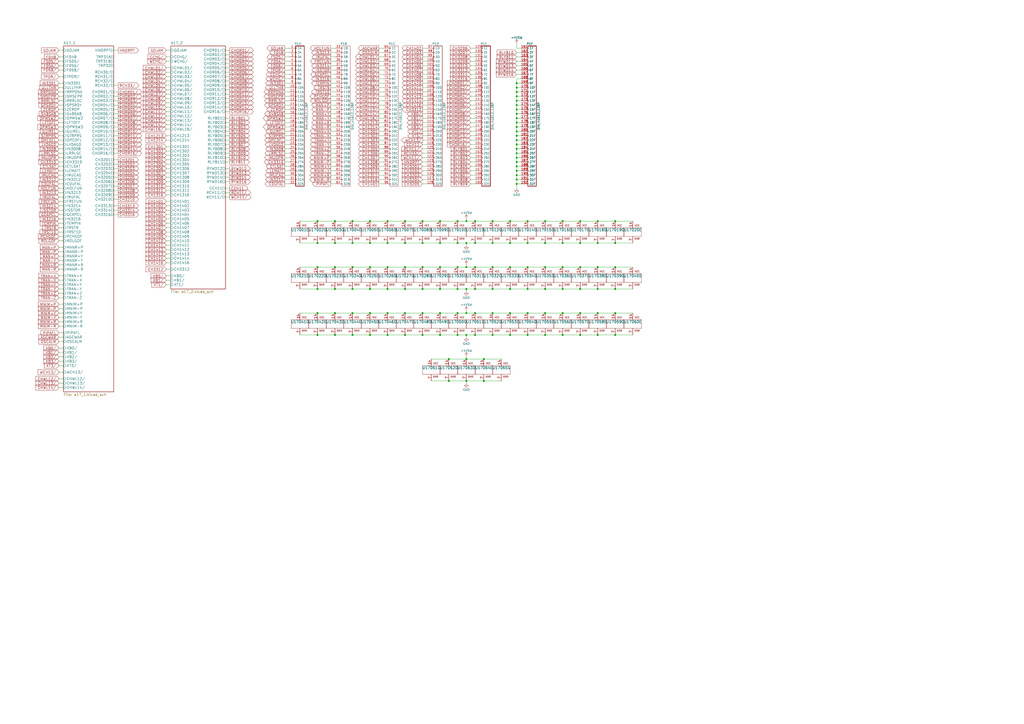
<source format=kicad_sch>
(kicad_sch (version 20211123) (generator eeschema)
  (paper "A2")
  (junction (at 234.95 194.31))
  (junction (at 356.87 154.94))
  (junction (at 255.27 154.94))
  (junction (at 306.07 128.27))
  (junction (at 285.75 181.61))
  (junction (at 299.72 104.14))
  (junction (at 255.27 167.64))
  (junction (at 234.95 128.27))
  (junction (at 270.51 128.27))
  (junction (at 184.15 181.61))
  (junction (at 224.79 181.61))
  (junction (at 275.59 181.61))
  (junction (at 234.95 181.61))
  (junction (at 275.59 154.94))
  (junction (at 299.72 73.66))
  (junction (at 299.72 66.04))
  (junction (at 346.71 140.97))
  (junction (at 299.72 53.34))
  (junction (at 280.67 220.98))
  (junction (at 306.07 181.61))
  (junction (at 255.27 181.61))
  (junction (at 265.43 140.97))
  (junction (at 346.71 181.61))
  (junction (at 214.63 167.64))
  (junction (at 270.51 194.31))
  (junction (at 265.43 128.27))
  (junction (at 245.11 167.64))
  (junction (at 204.47 167.64))
  (junction (at 204.47 128.27))
  (junction (at 295.91 181.61))
  (junction (at 285.75 194.31))
  (junction (at 245.11 154.94))
  (junction (at 356.87 167.64))
  (junction (at 306.07 167.64))
  (junction (at 214.63 154.94))
  (junction (at 245.11 181.61))
  (junction (at 346.71 167.64))
  (junction (at 245.11 194.31))
  (junction (at 285.75 140.97))
  (junction (at 204.47 194.31))
  (junction (at 299.72 60.96))
  (junction (at 299.72 55.88))
  (junction (at 299.72 68.58))
  (junction (at 326.39 194.31))
  (junction (at 275.59 128.27))
  (junction (at 234.95 154.94))
  (junction (at 214.63 181.61))
  (junction (at 285.75 154.94))
  (junction (at 299.72 81.28))
  (junction (at 299.72 71.12))
  (junction (at 214.63 128.27))
  (junction (at 336.55 154.94))
  (junction (at 285.75 128.27))
  (junction (at 184.15 154.94))
  (junction (at 184.15 128.27))
  (junction (at 234.95 167.64))
  (junction (at 194.31 194.31))
  (junction (at 336.55 181.61))
  (junction (at 260.35 220.98))
  (junction (at 316.23 140.97))
  (junction (at 306.07 154.94))
  (junction (at 316.23 167.64))
  (junction (at 275.59 140.97))
  (junction (at 224.79 154.94))
  (junction (at 295.91 154.94))
  (junction (at 265.43 154.94))
  (junction (at 299.72 63.5))
  (junction (at 316.23 181.61))
  (junction (at 336.55 128.27))
  (junction (at 214.63 194.31))
  (junction (at 306.07 194.31))
  (junction (at 224.79 128.27))
  (junction (at 224.79 167.64))
  (junction (at 260.35 208.28))
  (junction (at 336.55 194.31))
  (junction (at 184.15 167.64))
  (junction (at 316.23 154.94))
  (junction (at 326.39 167.64))
  (junction (at 255.27 194.31))
  (junction (at 280.67 208.28))
  (junction (at 299.72 91.44))
  (junction (at 295.91 128.27))
  (junction (at 245.11 128.27))
  (junction (at 346.71 194.31))
  (junction (at 194.31 167.64))
  (junction (at 356.87 194.31))
  (junction (at 299.72 88.9))
  (junction (at 356.87 181.61))
  (junction (at 299.72 106.68))
  (junction (at 356.87 128.27))
  (junction (at 299.72 78.74))
  (junction (at 204.47 181.61))
  (junction (at 336.55 140.97))
  (junction (at 184.15 194.31))
  (junction (at 214.63 140.97))
  (junction (at 326.39 140.97))
  (junction (at 346.71 128.27))
  (junction (at 224.79 194.31))
  (junction (at 326.39 154.94))
  (junction (at 295.91 167.64))
  (junction (at 316.23 128.27))
  (junction (at 255.27 140.97))
  (junction (at 295.91 194.31))
  (junction (at 270.51 220.98))
  (junction (at 299.72 96.52))
  (junction (at 270.51 181.61))
  (junction (at 194.31 128.27))
  (junction (at 194.31 140.97))
  (junction (at 346.71 154.94))
  (junction (at 275.59 167.64))
  (junction (at 194.31 181.61))
  (junction (at 265.43 194.31))
  (junction (at 316.23 194.31))
  (junction (at 234.95 140.97))
  (junction (at 275.59 194.31))
  (junction (at 204.47 154.94))
  (junction (at 299.72 101.6))
  (junction (at 265.43 181.61))
  (junction (at 299.72 93.98))
  (junction (at 326.39 181.61))
  (junction (at 299.72 50.8))
  (junction (at 270.51 167.64))
  (junction (at 356.87 140.97))
  (junction (at 270.51 154.94))
  (junction (at 299.72 99.06))
  (junction (at 306.07 140.97))
  (junction (at 299.72 83.82))
  (junction (at 299.72 58.42))
  (junction (at 326.39 128.27))
  (junction (at 270.51 140.97))
  (junction (at 265.43 167.64))
  (junction (at 245.11 140.97))
  (junction (at 204.47 140.97))
  (junction (at 255.27 128.27))
  (junction (at 295.91 140.97))
  (junction (at 336.55 167.64))
  (junction (at 299.72 48.26))
  (junction (at 224.79 140.97))
  (junction (at 270.51 208.28))
  (junction (at 299.72 76.2))
  (junction (at 285.75 167.64))
  (junction (at 184.15 140.97))
  (junction (at 299.72 86.36))
  (junction (at 194.31 154.94))
  (wire (pts (xy 299.72 93.98) (xy 299.72 96.52)))
  (wire (pts (xy 336.55 140.97) (xy 326.39 140.97)))
  (wire (pts (xy 99.06 107.95) (xy 96.52 107.95)))
  (wire (pts (xy 224.79 194.31) (xy 234.95 194.31)))
  (wire (pts (xy 326.39 194.31) (xy 336.55 194.31)))
  (wire (pts (xy 130.81 78.74) (xy 133.35 78.74)))
  (wire (pts (xy 302.26 38.1) (xy 299.72 38.1)))
  (wire (pts (xy 66.04 115.57) (xy 68.58 115.57)))
  (wire (pts (xy 306.07 181.61) (xy 295.91 181.61)))
  (wire (pts (xy 36.83 184.15) (xy 34.29 184.15)))
  (wire (pts (xy 36.83 58.42) (xy 34.29 58.42)))
  (wire (pts (xy 295.91 167.64) (xy 285.75 167.64)))
  (wire (pts (xy 346.71 167.64) (xy 336.55 167.64)))
  (wire (pts (xy 130.81 97.79) (xy 133.35 97.79)))
  (wire (pts (xy 336.55 128.27) (xy 346.71 128.27)))
  (wire (pts (xy 99.06 142.24) (xy 96.52 142.24)))
  (wire (pts (xy 285.75 194.31) (xy 295.91 194.31)))
  (wire (pts (xy 99.06 147.32) (xy 96.52 147.32)))
  (wire (pts (xy 222.25 33.02) (xy 219.71 33.02)))
  (wire (pts (xy 36.83 93.98) (xy 34.29 93.98)))
  (wire (pts (xy 270.51 167.64) (xy 270.51 168.91)))
  (wire (pts (xy 275.59 27.94) (xy 273.05 27.94)))
  (wire (pts (xy 99.06 33.02) (xy 96.52 33.02)))
  (wire (pts (xy 36.83 148.59) (xy 34.29 148.59)))
  (wire (pts (xy 204.47 154.94) (xy 214.63 154.94)))
  (wire (pts (xy 234.95 167.64) (xy 224.79 167.64)))
  (wire (pts (xy 184.15 128.27) (xy 194.31 128.27)))
  (wire (pts (xy 66.04 100.33) (xy 68.58 100.33)))
  (wire (pts (xy 36.83 176.53) (xy 34.29 176.53)))
  (wire (pts (xy 194.31 76.2) (xy 191.77 76.2)))
  (wire (pts (xy 36.83 81.28) (xy 34.29 81.28)))
  (wire (pts (xy 302.26 35.56) (xy 299.72 35.56)))
  (wire (pts (xy 275.59 83.82) (xy 273.05 83.82)))
  (wire (pts (xy 36.83 198.12) (xy 34.29 198.12)))
  (wire (pts (xy 302.26 27.94) (xy 299.72 27.94)))
  (wire (pts (xy 66.04 71.12) (xy 68.58 71.12)))
  (wire (pts (xy 36.83 160.02) (xy 34.29 160.02)))
  (wire (pts (xy 275.59 140.97) (xy 270.51 140.97)))
  (wire (pts (xy 299.72 76.2) (xy 299.72 78.74)))
  (wire (pts (xy 247.65 53.34) (xy 245.11 53.34)))
  (wire (pts (xy 36.83 55.88) (xy 34.29 55.88)))
  (wire (pts (xy 299.72 91.44) (xy 299.72 93.98)))
  (wire (pts (xy 36.83 88.9) (xy 34.29 88.9)))
  (wire (pts (xy 167.64 63.5) (xy 165.1 63.5)))
  (wire (pts (xy 36.83 181.61) (xy 34.29 181.61)))
  (wire (pts (xy 66.04 53.34) (xy 68.58 53.34)))
  (wire (pts (xy 306.07 128.27) (xy 316.23 128.27)))
  (wire (pts (xy 194.31 48.26) (xy 191.77 48.26)))
  (wire (pts (xy 130.81 54.61) (xy 133.35 54.61)))
  (wire (pts (xy 204.47 167.64) (xy 194.31 167.64)))
  (wire (pts (xy 99.06 62.23) (xy 96.52 62.23)))
  (wire (pts (xy 36.83 186.69) (xy 34.29 186.69)))
  (wire (pts (xy 356.87 140.97) (xy 346.71 140.97)))
  (wire (pts (xy 275.59 45.72) (xy 273.05 45.72)))
  (wire (pts (xy 36.83 119.38) (xy 34.29 119.38)))
  (wire (pts (xy 367.03 181.61) (xy 356.87 181.61)))
  (wire (pts (xy 275.59 63.5) (xy 273.05 63.5)))
  (wire (pts (xy 66.04 97.79) (xy 68.58 97.79)))
  (wire (pts (xy 194.31 128.27) (xy 204.47 128.27)))
  (wire (pts (xy 130.81 76.2) (xy 133.35 76.2)))
  (wire (pts (xy 270.51 153.67) (xy 270.51 154.94)))
  (wire (pts (xy 36.83 76.2) (xy 34.29 76.2)))
  (wire (pts (xy 194.31 68.58) (xy 191.77 68.58)))
  (wire (pts (xy 265.43 181.61) (xy 255.27 181.61)))
  (wire (pts (xy 99.06 59.69) (xy 96.52 59.69)))
  (wire (pts (xy 194.31 71.12) (xy 191.77 71.12)))
  (wire (pts (xy 299.72 83.82) (xy 302.26 83.82)))
  (wire (pts (xy 214.63 128.27) (xy 224.79 128.27)))
  (wire (pts (xy 204.47 194.31) (xy 214.63 194.31)))
  (wire (pts (xy 36.83 219.71) (xy 34.29 219.71)))
  (wire (pts (xy 36.83 71.12) (xy 34.29 71.12)))
  (wire (pts (xy 130.81 114.3) (xy 133.35 114.3)))
  (wire (pts (xy 299.72 58.42) (xy 299.72 60.96)))
  (wire (pts (xy 173.99 128.27) (xy 184.15 128.27)))
  (wire (pts (xy 222.25 43.18) (xy 219.71 43.18)))
  (wire (pts (xy 299.72 50.8) (xy 299.72 53.34)))
  (wire (pts (xy 222.25 71.12) (xy 219.71 71.12)))
  (wire (pts (xy 66.04 60.96) (xy 68.58 60.96)))
  (wire (pts (xy 99.06 35.56) (xy 96.52 35.56)))
  (wire (pts (xy 346.71 181.61) (xy 336.55 181.61)))
  (wire (pts (xy 130.81 57.15) (xy 133.35 57.15)))
  (wire (pts (xy 167.64 104.14) (xy 165.1 104.14)))
  (wire (pts (xy 275.59 48.26) (xy 273.05 48.26)))
  (wire (pts (xy 222.25 83.82) (xy 219.71 83.82)))
  (wire (pts (xy 36.83 151.13) (xy 34.29 151.13)))
  (wire (pts (xy 302.26 33.02) (xy 299.72 33.02)))
  (wire (pts (xy 326.39 167.64) (xy 316.23 167.64)))
  (wire (pts (xy 299.72 63.5) (xy 302.26 63.5)))
  (wire (pts (xy 346.71 140.97) (xy 336.55 140.97)))
  (wire (pts (xy 167.64 60.96) (xy 165.1 60.96)))
  (wire (pts (xy 167.64 86.36) (xy 165.1 86.36)))
  (wire (pts (xy 275.59 55.88) (xy 273.05 55.88)))
  (wire (pts (xy 66.04 55.88) (xy 68.58 55.88)))
  (wire (pts (xy 247.65 99.06) (xy 245.11 99.06)))
  (wire (pts (xy 130.81 39.37) (xy 133.35 39.37)))
  (wire (pts (xy 99.06 81.28) (xy 96.52 81.28)))
  (wire (pts (xy 247.65 71.12) (xy 245.11 71.12)))
  (wire (pts (xy 247.65 30.48) (xy 245.11 30.48)))
  (wire (pts (xy 247.65 76.2) (xy 245.11 76.2)))
  (wire (pts (xy 194.31 194.31) (xy 204.47 194.31)))
  (wire (pts (xy 66.04 124.46) (xy 68.58 124.46)))
  (wire (pts (xy 99.06 29.21) (xy 96.52 29.21)))
  (wire (pts (xy 299.72 81.28) (xy 302.26 81.28)))
  (wire (pts (xy 66.04 76.2) (xy 68.58 76.2)))
  (wire (pts (xy 66.04 113.03) (xy 68.58 113.03)))
  (wire (pts (xy 194.31 83.82) (xy 191.77 83.82)))
  (wire (pts (xy 247.65 86.36) (xy 245.11 86.36)))
  (wire (pts (xy 346.71 128.27) (xy 356.87 128.27)))
  (wire (pts (xy 99.06 139.7) (xy 96.52 139.7)))
  (wire (pts (xy 299.72 88.9) (xy 299.72 91.44)))
  (wire (pts (xy 224.79 128.27) (xy 234.95 128.27)))
  (wire (pts (xy 36.83 172.72) (xy 34.29 172.72)))
  (wire (pts (xy 99.06 46.99) (xy 96.52 46.99)))
  (wire (pts (xy 222.25 40.64) (xy 219.71 40.64)))
  (wire (pts (xy 299.72 86.36) (xy 302.26 86.36)))
  (wire (pts (xy 247.65 106.68) (xy 245.11 106.68)))
  (wire (pts (xy 275.59 81.28) (xy 273.05 81.28)))
  (wire (pts (xy 36.83 153.67) (xy 34.29 153.67)))
  (wire (pts (xy 36.83 40.64) (xy 34.29 40.64)))
  (wire (pts (xy 275.59 33.02) (xy 273.05 33.02)))
  (wire (pts (xy 194.31 96.52) (xy 191.77 96.52)))
  (wire (pts (xy 99.06 49.53) (xy 96.52 49.53)))
  (wire (pts (xy 167.64 40.64) (xy 165.1 40.64)))
  (wire (pts (xy 167.64 43.18) (xy 165.1 43.18)))
  (wire (pts (xy 299.72 73.66) (xy 302.26 73.66)))
  (wire (pts (xy 99.06 100.33) (xy 96.52 100.33)))
  (wire (pts (xy 99.06 119.38) (xy 96.52 119.38)))
  (wire (pts (xy 167.64 55.88) (xy 165.1 55.88)))
  (wire (pts (xy 299.72 104.14) (xy 302.26 104.14)))
  (wire (pts (xy 247.65 58.42) (xy 245.11 58.42)))
  (wire (pts (xy 299.72 78.74) (xy 299.72 81.28)))
  (wire (pts (xy 336.55 194.31) (xy 346.71 194.31)))
  (wire (pts (xy 204.47 140.97) (xy 194.31 140.97)))
  (wire (pts (xy 130.81 62.23) (xy 133.35 62.23)))
  (wire (pts (xy 222.25 93.98) (xy 219.71 93.98)))
  (wire (pts (xy 222.25 86.36) (xy 219.71 86.36)))
  (wire (pts (xy 234.95 181.61) (xy 224.79 181.61)))
  (wire (pts (xy 295.91 181.61) (xy 285.75 181.61)))
  (wire (pts (xy 222.25 91.44) (xy 219.71 91.44)))
  (wire (pts (xy 222.25 104.14) (xy 219.71 104.14)))
  (wire (pts (xy 36.83 162.56) (xy 34.29 162.56)))
  (wire (pts (xy 130.81 52.07) (xy 133.35 52.07)))
  (wire (pts (xy 99.06 97.79) (xy 96.52 97.79)))
  (wire (pts (xy 99.06 90.17) (xy 96.52 90.17)))
  (wire (pts (xy 167.64 83.82) (xy 165.1 83.82)))
  (wire (pts (xy 336.55 167.64) (xy 326.39 167.64)))
  (wire (pts (xy 36.83 134.62) (xy 34.29 134.62)))
  (wire (pts (xy 99.06 87.63) (xy 96.52 87.63)))
  (wire (pts (xy 275.59 78.74) (xy 273.05 78.74)))
  (wire (pts (xy 194.31 81.28) (xy 191.77 81.28)))
  (wire (pts (xy 299.72 55.88) (xy 299.72 58.42)))
  (wire (pts (xy 285.75 154.94) (xy 295.91 154.94)))
  (wire (pts (xy 356.87 181.61) (xy 346.71 181.61)))
  (wire (pts (xy 306.07 154.94) (xy 316.23 154.94)))
  (wire (pts (xy 222.25 58.42) (xy 219.71 58.42)))
  (wire (pts (xy 245.11 181.61) (xy 234.95 181.61)))
  (wire (pts (xy 306.07 140.97) (xy 295.91 140.97)))
  (wire (pts (xy 270.51 207.01) (xy 270.51 208.28)))
  (wire (pts (xy 99.06 64.77) (xy 96.52 64.77)))
  (wire (pts (xy 302.26 30.48) (xy 299.72 30.48)))
  (wire (pts (xy 130.81 91.44) (xy 133.35 91.44)))
  (wire (pts (xy 247.65 48.26) (xy 245.11 48.26)))
  (wire (pts (xy 247.65 66.04) (xy 245.11 66.04)))
  (wire (pts (xy 99.06 105.41) (xy 96.52 105.41)))
  (wire (pts (xy 99.06 74.93) (xy 96.52 74.93)))
  (wire (pts (xy 66.04 105.41) (xy 68.58 105.41)))
  (wire (pts (xy 299.72 68.58) (xy 302.26 68.58)))
  (wire (pts (xy 194.31 99.06) (xy 191.77 99.06)))
  (wire (pts (xy 36.83 143.51) (xy 34.29 143.51)))
  (wire (pts (xy 299.72 60.96) (xy 302.26 60.96)))
  (wire (pts (xy 194.31 38.1) (xy 191.77 38.1)))
  (wire (pts (xy 270.51 167.64) (xy 265.43 167.64)))
  (wire (pts (xy 194.31 140.97) (xy 184.15 140.97)))
  (wire (pts (xy 247.65 45.72) (xy 245.11 45.72)))
  (wire (pts (xy 66.04 68.58) (xy 68.58 68.58)))
  (wire (pts (xy 275.59 73.66) (xy 273.05 73.66)))
  (wire (pts (xy 130.81 64.77) (xy 133.35 64.77)))
  (wire (pts (xy 222.25 68.58) (xy 219.71 68.58)))
  (wire (pts (xy 36.83 114.3) (xy 34.29 114.3)))
  (wire (pts (xy 275.59 53.34) (xy 273.05 53.34)))
  (wire (pts (xy 275.59 167.64) (xy 270.51 167.64)))
  (wire (pts (xy 66.04 78.74) (xy 68.58 78.74)))
  (wire (pts (xy 247.65 27.94) (xy 245.11 27.94)))
  (wire (pts (xy 234.95 154.94) (xy 245.11 154.94)))
  (wire (pts (xy 66.04 119.38) (xy 68.58 119.38)))
  (wire (pts (xy 36.83 132.08) (xy 34.29 132.08)))
  (wire (pts (xy 275.59 91.44) (xy 273.05 91.44)))
  (wire (pts (xy 36.83 179.07) (xy 34.29 179.07)))
  (wire (pts (xy 130.81 36.83) (xy 133.35 36.83)))
  (wire (pts (xy 299.72 48.26) (xy 302.26 48.26)))
  (wire (pts (xy 299.72 60.96) (xy 299.72 63.5)))
  (wire (pts (xy 194.31 45.72) (xy 191.77 45.72)))
  (wire (pts (xy 36.83 156.21) (xy 34.29 156.21)))
  (wire (pts (xy 299.72 45.72) (xy 299.72 48.26)))
  (wire (pts (xy 275.59 40.64) (xy 273.05 40.64)))
  (wire (pts (xy 285.75 167.64) (xy 275.59 167.64)))
  (wire (pts (xy 255.27 181.61) (xy 245.11 181.61)))
  (wire (pts (xy 36.83 195.58) (xy 34.29 195.58)))
  (wire (pts (xy 299.72 91.44) (xy 302.26 91.44)))
  (wire (pts (xy 66.04 88.9) (xy 68.58 88.9)))
  (wire (pts (xy 222.25 63.5) (xy 219.71 63.5)))
  (wire (pts (xy 306.07 167.64) (xy 295.91 167.64)))
  (wire (pts (xy 245.11 140.97) (xy 234.95 140.97)))
  (wire (pts (xy 184.15 167.64) (xy 173.99 167.64)))
  (wire (pts (xy 99.06 57.15) (xy 96.52 57.15)))
  (wire (pts (xy 299.72 99.06) (xy 302.26 99.06)))
  (wire (pts (xy 250.19 220.98) (xy 260.35 220.98)))
  (wire (pts (xy 99.06 72.39) (xy 96.52 72.39)))
  (wire (pts (xy 270.51 128.27) (xy 275.59 128.27)))
  (wire (pts (xy 265.43 167.64) (xy 255.27 167.64)))
  (wire (pts (xy 299.72 68.58) (xy 299.72 71.12)))
  (wire (pts (xy 99.06 78.74) (xy 96.52 78.74)))
  (wire (pts (xy 326.39 181.61) (xy 316.23 181.61)))
  (wire (pts (xy 99.06 121.92) (xy 96.52 121.92)))
  (wire (pts (xy 194.31 93.98) (xy 191.77 93.98)))
  (wire (pts (xy 299.72 99.06) (xy 299.72 101.6)))
  (wire (pts (xy 99.06 160.02) (xy 96.52 160.02)))
  (wire (pts (xy 99.06 85.09) (xy 96.52 85.09)))
  (wire (pts (xy 255.27 140.97) (xy 245.11 140.97)))
  (wire (pts (xy 194.31 88.9) (xy 191.77 88.9)))
  (wire (pts (xy 214.63 181.61) (xy 204.47 181.61)))
  (wire (pts (xy 247.65 83.82) (xy 245.11 83.82)))
  (wire (pts (xy 167.64 76.2) (xy 165.1 76.2)))
  (wire (pts (xy 275.59 71.12) (xy 273.05 71.12)))
  (wire (pts (xy 280.67 208.28) (xy 270.51 208.28)))
  (wire (pts (xy 265.43 128.27) (xy 270.51 128.27)))
  (wire (pts (xy 222.25 66.04) (xy 219.71 66.04)))
  (wire (pts (xy 167.64 30.48) (xy 165.1 30.48)))
  (wire (pts (xy 36.83 35.56) (xy 34.29 35.56)))
  (wire (pts (xy 316.23 140.97) (xy 306.07 140.97)))
  (wire (pts (xy 66.04 29.21) (xy 68.58 29.21)))
  (wire (pts (xy 299.72 96.52) (xy 302.26 96.52)))
  (wire (pts (xy 222.25 101.6) (xy 219.71 101.6)))
  (wire (pts (xy 66.04 121.92) (xy 68.58 121.92)))
  (wire (pts (xy 36.83 189.23) (xy 34.29 189.23)))
  (wire (pts (xy 184.15 194.31) (xy 194.31 194.31)))
  (wire (pts (xy 299.72 45.72) (xy 302.26 45.72)))
  (wire (pts (xy 275.59 104.14) (xy 273.05 104.14)))
  (wire (pts (xy 66.04 81.28) (xy 68.58 81.28)))
  (wire (pts (xy 36.83 201.93) (xy 34.29 201.93)))
  (wire (pts (xy 316.23 194.31) (xy 326.39 194.31)))
  (wire (pts (xy 36.83 165.1) (xy 34.29 165.1)))
  (wire (pts (xy 275.59 99.06) (xy 273.05 99.06)))
  (wire (pts (xy 245.11 154.94) (xy 255.27 154.94)))
  (wire (pts (xy 299.72 73.66) (xy 299.72 76.2)))
  (wire (pts (xy 247.65 68.58) (xy 245.11 68.58)))
  (wire (pts (xy 299.72 86.36) (xy 299.72 88.9)))
  (wire (pts (xy 194.31 33.02) (xy 191.77 33.02)))
  (wire (pts (xy 299.72 27.94) (xy 299.72 25.4)))
  (wire (pts (xy 36.83 146.05) (xy 34.29 146.05)))
  (wire (pts (xy 224.79 154.94) (xy 234.95 154.94)))
  (wire (pts (xy 167.64 71.12) (xy 165.1 71.12)))
  (wire (pts (xy 299.72 83.82) (xy 299.72 86.36)))
  (wire (pts (xy 275.59 93.98) (xy 273.05 93.98)))
  (wire (pts (xy 99.06 110.49) (xy 96.52 110.49)))
  (wire (pts (xy 247.65 81.28) (xy 245.11 81.28)))
  (wire (pts (xy 275.59 128.27) (xy 285.75 128.27)))
  (wire (pts (xy 36.83 60.96) (xy 34.29 60.96)))
  (wire (pts (xy 36.83 48.26) (xy 34.29 48.26)))
  (wire (pts (xy 194.31 154.94) (xy 204.47 154.94)))
  (wire (pts (xy 36.83 139.7) (xy 34.29 139.7)))
  (wire (pts (xy 247.65 55.88) (xy 245.11 55.88)))
  (wire (pts (xy 260.35 220.98) (xy 270.51 220.98)))
  (wire (pts (xy 295.91 128.27) (xy 306.07 128.27)))
  (wire (pts (xy 167.64 35.56) (xy 165.1 35.56)))
  (wire (pts (xy 326.39 128.27) (xy 336.55 128.27)))
  (wire (pts (xy 214.63 140.97) (xy 204.47 140.97)))
  (wire (pts (xy 130.81 31.75) (xy 133.35 31.75)))
  (wire (pts (xy 99.06 44.45) (xy 96.52 44.45)))
  (wire (pts (xy 36.83 33.02) (xy 34.29 33.02)))
  (wire (pts (xy 270.51 220.98) (xy 270.51 222.25)))
  (wire (pts (xy 275.59 96.52) (xy 273.05 96.52)))
  (wire (pts (xy 247.65 63.5) (xy 245.11 63.5)))
  (wire (pts (xy 36.83 207.01) (xy 34.29 207.01)))
  (wire (pts (xy 130.81 44.45) (xy 133.35 44.45)))
  (wire (pts (xy 247.65 50.8) (xy 245.11 50.8)))
  (wire (pts (xy 130.81 105.41) (xy 133.35 105.41)))
  (wire (pts (xy 222.25 106.68) (xy 219.71 106.68)))
  (wire (pts (xy 270.51 208.28) (xy 260.35 208.28)))
  (wire (pts (xy 299.72 58.42) (xy 302.26 58.42)))
  (wire (pts (xy 247.65 60.96) (xy 245.11 60.96)))
  (wire (pts (xy 275.59 35.56) (xy 273.05 35.56)))
  (wire (pts (xy 99.06 127) (xy 96.52 127)))
  (wire (pts (xy 130.81 73.66) (xy 133.35 73.66)))
  (wire (pts (xy 275.59 38.1) (xy 273.05 38.1)))
  (wire (pts (xy 167.64 38.1) (xy 165.1 38.1)))
  (wire (pts (xy 247.65 104.14) (xy 245.11 104.14)))
  (wire (pts (xy 245.11 194.31) (xy 255.27 194.31)))
  (wire (pts (xy 167.64 66.04) (xy 165.1 66.04)))
  (wire (pts (xy 299.72 81.28) (xy 299.72 83.82)))
  (wire (pts (xy 167.64 45.72) (xy 165.1 45.72)))
  (wire (pts (xy 167.64 93.98) (xy 165.1 93.98)))
  (wire (pts (xy 234.95 140.97) (xy 224.79 140.97)))
  (wire (pts (xy 36.83 193.04) (xy 34.29 193.04)))
  (wire (pts (xy 130.81 46.99) (xy 133.35 46.99)))
  (wire (pts (xy 299.72 53.34) (xy 302.26 53.34)))
  (wire (pts (xy 290.83 208.28) (xy 280.67 208.28)))
  (wire (pts (xy 130.81 83.82) (xy 133.35 83.82)))
  (wire (pts (xy 222.25 88.9) (xy 219.71 88.9)))
  (wire (pts (xy 194.31 40.64) (xy 191.77 40.64)))
  (wire (pts (xy 194.31 181.61) (xy 184.15 181.61)))
  (wire (pts (xy 265.43 194.31) (xy 270.51 194.31)))
  (wire (pts (xy 255.27 154.94) (xy 265.43 154.94)))
  (wire (pts (xy 299.72 96.52) (xy 299.72 99.06)))
  (wire (pts (xy 167.64 106.68) (xy 165.1 106.68)))
  (wire (pts (xy 194.31 55.88) (xy 191.77 55.88)))
  (wire (pts (xy 326.39 140.97) (xy 316.23 140.97)))
  (wire (pts (xy 167.64 68.58) (xy 165.1 68.58)))
  (wire (pts (xy 299.72 93.98) (xy 302.26 93.98)))
  (wire (pts (xy 275.59 50.8) (xy 273.05 50.8)))
  (wire (pts (xy 222.25 78.74) (xy 219.71 78.74)))
  (wire (pts (xy 36.83 129.54) (xy 34.29 129.54)))
  (wire (pts (xy 194.31 63.5) (xy 191.77 63.5)))
  (wire (pts (xy 316.23 128.27) (xy 326.39 128.27)))
  (wire (pts (xy 194.31 66.04) (xy 191.77 66.04)))
  (wire (pts (xy 36.83 66.04) (xy 34.29 66.04)))
  (wire (pts (xy 275.59 101.6) (xy 273.05 101.6)))
  (wire (pts (xy 36.83 44.45) (xy 34.29 44.45)))
  (wire (pts (xy 245.11 128.27) (xy 255.27 128.27)))
  (wire (pts (xy 167.64 101.6) (xy 165.1 101.6)))
  (wire (pts (xy 36.83 53.34) (xy 34.29 53.34)))
  (wire (pts (xy 36.83 109.22) (xy 34.29 109.22)))
  (wire (pts (xy 222.25 96.52) (xy 219.71 96.52)))
  (wire (pts (xy 167.64 48.26) (xy 165.1 48.26)))
  (wire (pts (xy 275.59 154.94) (xy 285.75 154.94)))
  (wire (pts (xy 247.65 73.66) (xy 245.11 73.66)))
  (wire (pts (xy 99.06 165.1) (xy 96.52 165.1)))
  (wire (pts (xy 247.65 96.52) (xy 245.11 96.52)))
  (wire (pts (xy 167.64 96.52) (xy 165.1 96.52)))
  (wire (pts (xy 194.31 104.14) (xy 191.77 104.14)))
  (wire (pts (xy 336.55 154.94) (xy 346.71 154.94)))
  (wire (pts (xy 66.04 49.53) (xy 68.58 49.53)))
  (wire (pts (xy 214.63 154.94) (xy 224.79 154.94)))
  (wire (pts (xy 299.72 50.8) (xy 302.26 50.8)))
  (wire (pts (xy 66.04 63.5) (xy 68.58 63.5)))
  (wire (pts (xy 99.06 137.16) (xy 96.52 137.16)))
  (wire (pts (xy 194.31 53.34) (xy 191.77 53.34)))
  (wire (pts (xy 275.59 181.61) (xy 270.51 181.61)))
  (wire (pts (xy 245.11 167.64) (xy 234.95 167.64)))
  (wire (pts (xy 66.04 83.82) (xy 68.58 83.82)))
  (wire (pts (xy 99.06 152.4) (xy 96.52 152.4)))
  (wire (pts (xy 299.72 63.5) (xy 299.72 66.04)))
  (wire (pts (xy 270.51 194.31) (xy 275.59 194.31)))
  (wire (pts (xy 302.26 40.64) (xy 299.72 40.64)))
  (wire (pts (xy 130.81 49.53) (xy 133.35 49.53)))
  (wire (pts (xy 194.31 167.64) (xy 184.15 167.64)))
  (wire (pts (xy 306.07 194.31) (xy 316.23 194.31)))
  (wire (pts (xy 224.79 140.97) (xy 214.63 140.97)))
  (wire (pts (xy 234.95 194.31) (xy 245.11 194.31)))
  (wire (pts (xy 346.71 194.31) (xy 356.87 194.31)))
  (wire (pts (xy 99.06 116.84) (xy 96.52 116.84)))
  (wire (pts (xy 99.06 162.56) (xy 96.52 162.56)))
  (wire (pts (xy 36.83 215.9) (xy 34.29 215.9)))
  (wire (pts (xy 285.75 128.27) (xy 295.91 128.27)))
  (wire (pts (xy 167.64 27.94) (xy 165.1 27.94)))
  (wire (pts (xy 167.64 58.42) (xy 165.1 58.42)))
  (wire (pts (xy 36.83 63.5) (xy 34.29 63.5)))
  (wire (pts (xy 367.03 167.64) (xy 356.87 167.64)))
  (wire (pts (xy 36.83 104.14) (xy 34.29 104.14)))
  (wire (pts (xy 194.31 30.48) (xy 191.77 30.48)))
  (wire (pts (xy 222.25 35.56) (xy 219.71 35.56)))
  (wire (pts (xy 66.04 58.42) (xy 68.58 58.42)))
  (wire (pts (xy 130.81 29.21) (xy 133.35 29.21)))
  (wire (pts (xy 99.06 132.08) (xy 96.52 132.08)))
  (wire (pts (xy 356.87 128.27) (xy 367.03 128.27)))
  (wire (pts (xy 222.25 53.34) (xy 219.71 53.34)))
  (wire (pts (xy 247.65 35.56) (xy 245.11 35.56)))
  (wire (pts (xy 194.31 35.56) (xy 191.77 35.56)))
  (wire (pts (xy 184.15 181.61) (xy 173.99 181.61)))
  (wire (pts (xy 336.55 181.61) (xy 326.39 181.61)))
  (wire (pts (xy 36.83 106.68) (xy 34.29 106.68)))
  (wire (pts (xy 302.26 43.18) (xy 299.72 43.18)))
  (wire (pts (xy 36.83 73.66) (xy 34.29 73.66)))
  (wire (pts (xy 247.65 88.9) (xy 245.11 88.9)))
  (wire (pts (xy 222.25 27.94) (xy 219.71 27.94)))
  (wire (pts (xy 66.04 95.25) (xy 68.58 95.25)))
  (wire (pts (xy 222.25 60.96) (xy 219.71 60.96)))
  (wire (pts (xy 247.65 91.44) (xy 245.11 91.44)))
  (wire (pts (xy 275.59 88.9) (xy 273.05 88.9)))
  (wire (pts (xy 275.59 30.48) (xy 273.05 30.48)))
  (wire (pts (xy 247.65 43.18) (xy 245.11 43.18)))
  (wire (pts (xy 99.06 54.61) (xy 96.52 54.61)))
  (wire (pts (xy 326.39 154.94) (xy 336.55 154.94)))
  (wire (pts (xy 255.27 167.64) (xy 245.11 167.64)))
  (wire (pts (xy 36.83 137.16) (xy 34.29 137.16)))
  (wire (pts (xy 36.83 101.6) (xy 34.29 101.6)))
  (wire (pts (xy 247.65 93.98) (xy 245.11 93.98)))
  (wire (pts (xy 247.65 40.64) (xy 245.11 40.64)))
  (wire (pts (xy 275.59 66.04) (xy 273.05 66.04)))
  (wire (pts (xy 222.25 48.26) (xy 219.71 48.26)))
  (wire (pts (xy 130.81 41.91) (xy 133.35 41.91)))
  (wire (pts (xy 299.72 48.26) (xy 299.72 50.8)))
  (wire (pts (xy 36.83 124.46) (xy 34.29 124.46)))
  (wire (pts (xy 270.51 140.97) (xy 265.43 140.97)))
  (wire (pts (xy 130.81 34.29) (xy 133.35 34.29)))
  (wire (pts (xy 299.72 71.12) (xy 302.26 71.12)))
  (wire (pts (xy 99.06 129.54) (xy 96.52 129.54)))
  (wire (pts (xy 36.83 99.06) (xy 34.29 99.06)))
  (wire (pts (xy 367.03 140.97) (xy 356.87 140.97)))
  (wire (pts (xy 99.06 144.78) (xy 96.52 144.78)))
  (wire (pts (xy 295.91 194.31) (xy 306.07 194.31)))
  (wire (pts (xy 36.83 121.92) (xy 34.29 121.92)))
  (wire (pts (xy 255.27 194.31) (xy 265.43 194.31)))
  (wire (pts (xy 36.83 167.64) (xy 34.29 167.64)))
  (wire (pts (xy 194.31 50.8) (xy 191.77 50.8)))
  (wire (pts (xy 299.72 66.04) (xy 302.26 66.04)))
  (wire (pts (xy 130.81 88.9) (xy 133.35 88.9)))
  (wire (pts (xy 99.06 149.86) (xy 96.52 149.86)))
  (wire (pts (xy 356.87 167.64) (xy 346.71 167.64)))
  (wire (pts (xy 99.06 69.85) (xy 96.52 69.85)))
  (wire (pts (xy 167.64 78.74) (xy 165.1 78.74)))
  (wire (pts (xy 66.04 107.95) (xy 68.58 107.95)))
  (wire (pts (xy 194.31 78.74) (xy 191.77 78.74)))
  (wire (pts (xy 356.87 194.31) (xy 367.03 194.31)))
  (wire (pts (xy 285.75 140.97) (xy 275.59 140.97)))
  (wire (pts (xy 167.64 88.9) (xy 165.1 88.9)))
  (wire (pts (xy 36.83 83.82) (xy 34.29 83.82)))
  (wire (pts (xy 99.06 124.46) (xy 96.52 124.46)))
  (wire (pts (xy 299.72 104.14) (xy 299.72 106.68)))
  (wire (pts (xy 130.81 68.58) (xy 133.35 68.58)))
  (wire (pts (xy 299.72 101.6) (xy 302.26 101.6)))
  (wire (pts (xy 247.65 78.74) (xy 245.11 78.74)))
  (wire (pts (xy 194.31 43.18) (xy 191.77 43.18)))
  (wire (pts (xy 224.79 181.61) (xy 214.63 181.61)))
  (wire (pts (xy 295.91 140.97) (xy 285.75 140.97)))
  (wire (pts (xy 275.59 194.31) (xy 285.75 194.31)))
  (wire (pts (xy 234.95 128.27) (xy 245.11 128.27)))
  (wire (pts (xy 167.64 91.44) (xy 165.1 91.44)))
  (wire (pts (xy 173.99 194.31) (xy 184.15 194.31)))
  (wire (pts (xy 130.81 81.28) (xy 133.35 81.28)))
  (wire (pts (xy 222.25 45.72) (xy 219.71 45.72)))
  (wire (pts (xy 167.64 50.8) (xy 165.1 50.8)))
  (wire (pts (xy 280.67 220.98) (xy 290.83 220.98)))
  (wire (pts (xy 270.51 127) (xy 270.51 128.27)))
  (wire (pts (xy 260.35 208.28) (xy 250.19 208.28)))
  (wire (pts (xy 184.15 140.97) (xy 173.99 140.97)))
  (wire (pts (xy 299.72 78.74) (xy 302.26 78.74)))
  (wire (pts (xy 204.47 181.61) (xy 194.31 181.61)))
  (wire (pts (xy 194.31 101.6) (xy 191.77 101.6)))
  (wire (pts (xy 36.83 204.47) (xy 34.29 204.47)))
  (wire (pts (xy 99.06 92.71) (xy 96.52 92.71)))
  (wire (pts (xy 299.72 101.6) (xy 299.72 104.14)))
  (wire (pts (xy 66.04 86.36) (xy 68.58 86.36)))
  (wire (pts (xy 222.25 55.88) (xy 219.71 55.88)))
  (wire (pts (xy 222.25 99.06) (xy 219.71 99.06)))
  (wire (pts (xy 194.31 86.36) (xy 191.77 86.36)))
  (wire (pts (xy 285.75 181.61) (xy 275.59 181.61)))
  (wire (pts (xy 299.72 55.88) (xy 302.26 55.88)))
  (wire (pts (xy 222.25 81.28) (xy 219.71 81.28)))
  (wire (pts (xy 36.83 91.44) (xy 34.29 91.44)))
  (wire (pts (xy 194.31 91.44) (xy 191.77 91.44)))
  (wire (pts (xy 204.47 128.27) (xy 214.63 128.27)))
  (wire (pts (xy 167.64 81.28) (xy 165.1 81.28)))
  (wire (pts (xy 275.59 68.58) (xy 273.05 68.58)))
  (wire (pts (xy 36.83 224.79) (xy 34.29 224.79)))
  (wire (pts (xy 299.72 53.34) (xy 299.72 55.88)))
  (wire (pts (xy 299.72 76.2) (xy 302.26 76.2)))
  (wire (pts (xy 167.64 99.06) (xy 165.1 99.06)))
  (wire (pts (xy 222.25 30.48) (xy 219.71 30.48)))
  (wire (pts (xy 36.83 86.36) (xy 34.29 86.36)))
  (wire (pts (xy 130.81 109.22) (xy 133.35 109.22)))
  (wire (pts (xy 36.83 78.74) (xy 34.29 78.74)))
  (wire (pts (xy 194.31 73.66) (xy 191.77 73.66)))
  (wire (pts (xy 36.83 209.55) (xy 34.29 209.55)))
  (wire (pts (xy 99.06 52.07) (xy 96.52 52.07)))
  (wire (pts (xy 255.27 128.27) (xy 265.43 128.27)))
  (wire (pts (xy 99.06 39.37) (xy 96.52 39.37)))
  (wire (pts (xy 167.64 73.66) (xy 165.1 73.66)))
  (wire (pts (xy 130.81 111.76) (xy 133.35 111.76)))
  (wire (pts (xy 316.23 154.94) (xy 326.39 154.94)))
  (wire (pts (xy 247.65 33.02) (xy 245.11 33.02)))
  (wire (pts (xy 99.06 95.25) (xy 96.52 95.25)))
  (wire (pts (xy 36.83 38.1) (xy 34.29 38.1)))
  (wire (pts (xy 222.25 38.1) (xy 219.71 38.1)))
  (wire (pts (xy 247.65 101.6) (xy 245.11 101.6)))
  (wire (pts (xy 275.59 60.96) (xy 273.05 60.96)))
  (wire (pts (xy 36.83 68.58) (xy 34.29 68.58)))
  (wire (pts (xy 173.99 154.94) (xy 184.15 154.94)))
  (wire (pts (xy 194.31 60.96) (xy 191.77 60.96)))
  (wire (pts (xy 270.51 140.97) (xy 270.51 142.24)))
  (wire (pts (xy 270.51 181.61) (xy 265.43 181.61)))
  (wire (pts (xy 36.83 111.76) (xy 34.29 111.76)))
  (wire (pts (xy 130.81 59.69) (xy 133.35 59.69)))
  (wire (pts (xy 36.83 116.84) (xy 34.29 116.84)))
  (wire (pts (xy 224.79 167.64) (xy 214.63 167.64)))
  (wire (pts (xy 299.72 106.68) (xy 302.26 106.68)))
  (wire (pts (xy 99.06 134.62) (xy 96.52 134.62)))
  (wire (pts (xy 36.83 29.21) (xy 34.29 29.21)))
  (wire (pts (xy 346.71 154.94) (xy 356.87 154.94)))
  (wire (pts (xy 275.59 43.18) (xy 273.05 43.18)))
  (wire (pts (xy 222.25 76.2) (xy 219.71 76.2)))
  (wire (pts (xy 222.25 50.8) (xy 219.71 50.8)))
  (wire (pts (xy 247.65 38.1) (xy 245.11 38.1)))
  (wire (pts (xy 214.63 167.64) (xy 204.47 167.64)))
  (wire (pts (xy 66.04 110.49) (xy 68.58 110.49)))
  (wire (pts (xy 194.31 58.42) (xy 191.77 58.42)))
  (wire (pts (xy 66.04 102.87) (xy 68.58 102.87)))
  (wire (pts (xy 275.59 86.36) (xy 273.05 86.36)))
  (wire (pts (xy 316.23 181.61) (xy 306.07 181.61)))
  (wire (pts (xy 36.83 212.09) (xy 34.29 212.09)))
  (wire (pts (xy 99.06 102.87) (xy 96.52 102.87)))
  (wire (pts (xy 299.72 88.9) (xy 302.26 88.9)))
  (wire (pts (xy 130.81 71.12) (xy 133.35 71.12)))
  (wire (pts (xy 222.25 73.66) (xy 219.71 73.66)))
  (wire (pts (xy 270.51 220.98) (xy 280.67 220.98)))
  (wire (pts (xy 66.04 66.04) (xy 68.58 66.04)))
  (wire (pts (xy 167.64 53.34) (xy 165.1 53.34)))
  (wire (pts (xy 36.83 222.25) (xy 34.29 222.25)))
  (wire (pts (xy 270.51 154.94) (xy 275.59 154.94)))
  (wire (pts (xy 130.81 86.36) (xy 133.35 86.36)))
  (wire (pts (xy 265.43 154.94) (xy 270.51 154.94)))
  (wire (pts (xy 167.64 33.02) (xy 165.1 33.02)))
  (wire (pts (xy 356.87 154.94) (xy 367.03 154.94)))
  (wire (pts (xy 275.59 58.42) (xy 273.05 58.42)))
  (wire (pts (xy 194.31 106.68) (xy 191.77 106.68)))
  (wire (pts (xy 36.83 96.52) (xy 34.29 96.52)))
  (wire (pts (xy 99.06 67.31) (xy 96.52 67.31)))
  (wire (pts (xy 66.04 92.71) (xy 68.58 92.71)))
  (wire (pts (xy 130.81 102.87) (xy 133.35 102.87)))
  (wire (pts (xy 66.04 73.66) (xy 68.58 73.66)))
  (wire (pts (xy 275.59 106.68) (xy 273.05 106.68)))
  (wire (pts (xy 270.51 180.34) (xy 270.51 181.61)))
  (wire (pts (xy 299.72 66.04) (xy 299.72 68.58)))
  (wire (pts (xy 270.51 194.31) (xy 270.51 195.58)))
  (wire (pts (xy 295.91 154.94) (xy 306.07 154.94)))
  (wire (pts (xy 184.15 154.94) (xy 194.31 154.94)))
  (wire (pts (xy 99.06 41.91) (xy 96.52 41.91)))
  (wire (pts (xy 36.83 127) (xy 34.29 127)))
  (wire (pts (xy 265.43 140.97) (xy 255.27 140.97)))
  (wire (pts (xy 299.72 71.12) (xy 299.72 73.66)))
  (wire (pts (xy 130.81 93.98) (xy 133.35 93.98)))
  (wire (pts (xy 194.31 27.94) (xy 191.77 27.94)))
  (wire (pts (xy 214.63 194.31) (xy 224.79 194.31)))
  (wire (pts (xy 36.83 50.8) (xy 34.29 50.8)))
  (wire (pts (xy 99.06 156.21) (xy 96.52 156.21)))
  (wire (pts (xy 275.59 76.2) (xy 273.05 76.2)))
  (wire (pts (xy 99.06 113.03) (xy 96.52 113.03)))
  (wire (pts (xy 299.72 106.68) (xy 299.72 109.22)))
  (wire (pts (xy 36.83 170.18) (xy 34.29 170.18)))
  (wire (pts (xy 130.81 100.33) (xy 133.35 100.33)))
  (wire (pts (xy 316.23 167.64) (xy 306.07 167.64)))
  (global_label "MAN-R" (shape output) (at 191.77 73.66 180) (effects (font (size 1.524 1.524))) (property "Intersheet References" "${INTERSHEET_REFS}" (effects hide)))
  (global_label "CHOR09/" (shape output) (at 133.35 49.53 0) (effects (font (size 1.524 1.524))) (property "Intersheet References" "${INTERSHEET_REFS}" (effects hide)))
  (global_label "STRPRS" (shape input) (at 34.29 78.74 180) (effects (font (size 1.524 1.524))) (property "Intersheet References" "${INTERSHEET_REFS}" (effects hide)))
  (global_label "CHWL01/" (shape output) (at 219.71 33.02 180) (effects (font (size 1.524 1.524))) (property "Intersheet References" "${INTERSHEET_REFS}" (effects hide)))
  (global_label "S4BSAB" (shape input) (at 34.29 66.04 180) (effects (font (size 1.524 1.524))) (property "Intersheet References" "${INTERSHEET_REFS}" (effects hide)))
  (global_label "CTLSAT" (shape input) (at 34.29 96.52 180) (effects (font (size 1.524 1.524))) (property "Intersheet References" "${INTERSHEET_REFS}" (effects hide)))
  (global_label "RCH11/" (shape input) (at 245.11 86.36 180) (effects (font (size 1.524 1.524))) (property "Intersheet References" "${INTERSHEET_REFS}" (effects hide)))
  (global_label "CH1402" (shape input) (at 96.52 119.38 180) (effects (font (size 1.524 1.524))) (property "Intersheet References" "${INTERSHEET_REFS}" (effects hide)))
  (global_label "OSCALM" (shape input) (at 34.29 198.12 180) (effects (font (size 1.524 1.524))) (property "Intersheet References" "${INTERSHEET_REFS}" (effects hide)))
  (global_label "RCH33/" (shape input) (at 245.11 88.9 180) (effects (font (size 1.524 1.524))) (property "Intersheet References" "${INTERSHEET_REFS}" (effects hide)))
  (global_label "CHWL08/" (shape output) (at 219.71 50.8 180) (effects (font (size 1.524 1.524))) (property "Intersheet References" "${INTERSHEET_REFS}" (effects hide)))
  (global_label "CHWL10/" (shape output) (at 219.71 55.88 180) (effects (font (size 1.524 1.524))) (property "Intersheet References" "${INTERSHEET_REFS}" (effects hide)))
  (global_label "CHOR14/" (shape output) (at 68.58 86.36 0) (effects (font (size 1.524 1.524))) (property "Intersheet References" "${INTERSHEET_REFS}" (effects hide)))
  (global_label "CCHG/" (shape output) (at 165.1 43.18 180) (effects (font (size 1.524 1.524))) (property "Intersheet References" "${INTERSHEET_REFS}" (effects hide)))
  (global_label "MAN+Y" (shape input) (at 34.29 148.59 180) (effects (font (size 1.524 1.524))) (property "Intersheet References" "${INTERSHEET_REFS}" (effects hide)))
  (global_label "CHOR04/" (shape output) (at 68.58 60.96 0) (effects (font (size 1.524 1.524))) (property "Intersheet References" "${INTERSHEET_REFS}" (effects hide)))
  (global_label "CH1409" (shape input) (at 96.52 137.16 180) (effects (font (size 1.524 1.524))) (property "Intersheet References" "${INTERSHEET_REFS}" (effects hide)))
  (global_label "CH3313" (shape output) (at 68.58 119.38 0) (effects (font (size 1.524 1.524))) (property "Intersheet References" "${INTERSHEET_REFS}" (effects hide)))
  (global_label "CHOR02/" (shape input) (at 273.05 50.8 180) (effects (font (size 1.524 1.524))) (property "Intersheet References" "${INTERSHEET_REFS}" (effects hide)))
  (global_label "TRAN+Y" (shape output) (at 191.77 81.28 180) (effects (font (size 1.524 1.524))) (property "Intersheet References" "${INTERSHEET_REFS}" (effects hide)))
  (global_label "ULLTHR" (shape input) (at 34.29 50.8 180) (effects (font (size 1.524 1.524))) (property "Intersheet References" "${INTERSHEET_REFS}" (effects hide)))
  (global_label "CH1410" (shape input) (at 96.52 139.7 180) (effects (font (size 1.524 1.524))) (property "Intersheet References" "${INTERSHEET_REFS}" (effects hide)))
  (global_label "CH3313" (shape input) (at 273.05 40.64 180) (effects (font (size 1.524 1.524))) (property "Intersheet References" "${INTERSHEET_REFS}" (effects hide)))
  (global_label "WCH13/" (shape input) (at 34.29 215.9 180) (effects (font (size 1.524 1.524))) (property "Intersheet References" "${INTERSHEET_REFS}" (effects hide)))
  (global_label "CHOR07/" (shape input) (at 273.05 63.5 180) (effects (font (size 1.524 1.524))) (property "Intersheet References" "${INTERSHEET_REFS}" (effects hide)))
  (global_label "SMSEPR" (shape output) (at 165.1 55.88 180) (effects (font (size 1.524 1.524))) (property "Intersheet References" "${INTERSHEET_REFS}" (effects hide)))
  (global_label "ISSTOR" (shape output) (at 191.77 40.64 180) (effects (font (size 1.524 1.524))) (property "Intersheet References" "${INTERSHEET_REFS}" (effects hide)))
  (global_label "CH1305" (shape input) (at 96.52 95.25 180) (effects (font (size 1.524 1.524))) (property "Intersheet References" "${INTERSHEET_REFS}" (effects hide)))
  (global_label "CHOR06/" (shape output) (at 68.58 66.04 0) (effects (font (size 1.524 1.524))) (property "Intersheet References" "${INTERSHEET_REFS}" (effects hide)))
  (global_label "GCAPCL" (shape output) (at 191.77 43.18 180) (effects (font (size 1.524 1.524))) (property "Intersheet References" "${INTERSHEET_REFS}" (effects hide)))
  (global_label "MNIM-R" (shape input) (at 34.29 189.23 180) (effects (font (size 1.524 1.524))) (property "Intersheet References" "${INTERSHEET_REFS}" (effects hide)))
  (global_label "CH3205" (shape output) (at 68.58 102.87 0) (effects (font (size 1.524 1.524))) (property "Intersheet References" "${INTERSHEET_REFS}" (effects hide)))
  (global_label "XB3/" (shape input) (at 34.29 209.55 180) (effects (font (size 1.524 1.524))) (property "Intersheet References" "${INTERSHEET_REFS}" (effects hide)))
  (global_label "IN3216" (shape output) (at 191.77 45.72 180) (effects (font (size 1.524 1.524))) (property "Intersheet References" "${INTERSHEET_REFS}" (effects hide)))
  (global_label "LEMATT" (shape input) (at 34.29 99.06 180) (effects (font (size 1.524 1.524))) (property "Intersheet References" "${INTERSHEET_REFS}" (effects hide)))
  (global_label "CHWL09/" (shape output) (at 219.71 53.34 180) (effects (font (size 1.524 1.524))) (property "Intersheet References" "${INTERSHEET_REFS}" (effects hide)))
  (global_label "CH1311" (shape input) (at 96.52 110.49 180) (effects (font (size 1.524 1.524))) (property "Intersheet References" "${INTERSHEET_REFS}" (effects hide)))
  (global_label "CH1408" (shape input) (at 96.52 134.62 180) (effects (font (size 1.524 1.524))) (property "Intersheet References" "${INTERSHEET_REFS}" (effects hide)))
  (global_label "CH3314" (shape output) (at 68.58 121.92 0) (effects (font (size 1.524 1.524))) (property "Intersheet References" "${INTERSHEET_REFS}" (effects hide)))
  (global_label "CHWL02/" (shape output) (at 219.71 35.56 180) (effects (font (size 1.524 1.524))) (property "Intersheet References" "${INTERSHEET_REFS}" (effects hide)))
  (global_label "CH1414" (shape output) (at 245.11 58.42 180) (effects (font (size 1.524 1.524))) (property "Intersheet References" "${INTERSHEET_REFS}" (effects hide)))
  (global_label "TRAN-X" (shape input) (at 34.29 162.56 180) (effects (font (size 1.524 1.524))) (property "Intersheet References" "${INTERSHEET_REFS}" (effects hide)))
  (global_label "IMUCAG" (shape output) (at 165.1 101.6 180) (effects (font (size 1.524 1.524))) (property "Intersheet References" "${INTERSHEET_REFS}" (effects hide)))
  (global_label "IMUOPR" (shape input) (at 34.29 91.44 180) (effects (font (size 1.524 1.524))) (property "Intersheet References" "${INTERSHEET_REFS}" (effects hide)))
  (global_label "CH1411" (shape input) (at 96.52 142.24 180) (effects (font (size 1.524 1.524))) (property "Intersheet References" "${INTERSHEET_REFS}" (effects hide)))
  (global_label "CH3210" (shape input) (at 273.05 38.1 180) (effects (font (size 1.524 1.524))) (property "Intersheet References" "${INTERSHEET_REFS}" (effects hide)))
  (global_label "MNIM-P" (shape input) (at 34.29 179.07 180) (effects (font (size 1.524 1.524))) (property "Intersheet References" "${INTERSHEET_REFS}" (effects hide)))
  (global_label "LVDAGD" (shape input) (at 34.29 83.82 180) (effects (font (size 1.524 1.524))) (property "Intersheet References" "${INTERSHEET_REFS}" (effects hide)))
  (global_label "CHOR11/" (shape input) (at 273.05 73.66 180) (effects (font (size 1.524 1.524))) (property "Intersheet References" "${INTERSHEET_REFS}" (effects hide)))
  (global_label "RLYB01" (shape output) (at 133.35 68.58 0) (effects (font (size 1.524 1.524))) (property "Intersheet References" "${INTERSHEET_REFS}" (effects hide)))
  (global_label "WCHG/" (shape output) (at 165.1 45.72 180) (effects (font (size 1.524 1.524))) (property "Intersheet References" "${INTERSHEET_REFS}" (effects hide)))
  (global_label "WCH13/" (shape output) (at 245.11 81.28 180) (effects (font (size 1.524 1.524))) (property "Intersheet References" "${INTERSHEET_REFS}" (effects hide)))
  (global_label "XB1/" (shape input) (at 96.52 162.56 180) (effects (font (size 1.524 1.524))) (property "Intersheet References" "${INTERSHEET_REFS}" (effects hide)))
  (global_label "CH1409" (shape output) (at 245.11 45.72 180) (effects (font (size 1.524 1.524))) (property "Intersheet References" "${INTERSHEET_REFS}" (effects hide)))
  (global_label "CTLSAT" (shape output) (at 165.1 96.52 180) (effects (font (size 1.524 1.524))) (property "Intersheet References" "${INTERSHEET_REFS}" (effects hide)))
  (global_label "CHOR11/" (shape output) (at 68.58 78.74 0) (effects (font (size 1.524 1.524))) (property "Intersheet References" "${INTERSHEET_REFS}" (effects hide)))
  (global_label "TRAN-Z" (shape input) (at 34.29 172.72 180) (effects (font (size 1.524 1.524))) (property "Intersheet References" "${INTERSHEET_REFS}" (effects hide)))
  (global_label "CH1304" (shape output) (at 219.71 83.82 180) (effects (font (size 1.524 1.524))) (property "Intersheet References" "${INTERSHEET_REFS}" (effects hide)))
  (global_label "GOJAM" (shape output) (at 165.1 27.94 180) (effects (font (size 1.524 1.524))) (property "Intersheet References" "${INTERSHEET_REFS}" (effects hide)))
  (global_label "CH1310" (shape output) (at 219.71 99.06 180) (effects (font (size 1.524 1.524))) (property "Intersheet References" "${INTERSHEET_REFS}" (effects hide)))
  (global_label "MNIM+P" (shape output) (at 191.77 91.44 180) (effects (font (size 1.524 1.524))) (property "Intersheet References" "${INTERSHEET_REFS}" (effects hide)))
  (global_label "STRPRS" (shape output) (at 165.1 78.74 180) (effects (font (size 1.524 1.524))) (property "Intersheet References" "${INTERSHEET_REFS}" (effects hide)))
  (global_label "CH1302" (shape output) (at 219.71 78.74 180) (effects (font (size 1.524 1.524))) (property "Intersheet References" "${INTERSHEET_REFS}" (effects hide)))
  (global_label "CH3209" (shape output) (at 68.58 113.03 0) (effects (font (size 1.524 1.524))) (property "Intersheet References" "${INTERSHEET_REFS}" (effects hide)))
  (global_label "XB1/" (shape input) (at 34.29 204.47 180) (effects (font (size 1.524 1.524))) (property "Intersheet References" "${INTERSHEET_REFS}" (effects hide)))
  (global_label "MAN+R" (shape output) (at 191.77 71.12 180) (effects (font (size 1.524 1.524))) (property "Intersheet References" "${INTERSHEET_REFS}" (effects hide)))
  (global_label "CH1405" (shape output) (at 245.11 35.56 180) (effects (font (size 1.524 1.524))) (property "Intersheet References" "${INTERSHEET_REFS}" (effects hide)))
  (global_label "CHWL16/" (shape output) (at 219.71 68.58 180) (effects (font (size 1.524 1.524))) (property "Intersheet References" "${INTERSHEET_REFS}" (effects hide)))
  (global_label "TRST10" (shape input) (at 34.29 134.62 180) (effects (font (size 1.524 1.524))) (property "Intersheet References" "${INTERSHEET_REFS}" (effects hide)))
  (global_label "IN3008" (shape output) (at 165.1 86.36 180) (effects (font (size 1.524 1.524))) (property "Intersheet References" "${INTERSHEET_REFS}" (effects hide)))
  (global_label "CH1303" (shape output) (at 219.71 81.28 180) (effects (font (size 1.524 1.524))) (property "Intersheet References" "${INTERSHEET_REFS}" (effects hide)))
  (global_label "ISSTOR" (shape input) (at 34.29 121.92 180) (effects (font (size 1.524 1.524))) (property "Intersheet References" "${INTERSHEET_REFS}" (effects hide)))
  (global_label "RLYB01" (shape input) (at 273.05 86.36 180) (effects (font (size 1.524 1.524))) (property "Intersheet References" "${INTERSHEET_REFS}" (effects hide)))
  (global_label "RYWD16" (shape input) (at 299.72 43.18 180) (effects (font (size 1.524 1.524))) (property "Intersheet References" "${INTERSHEET_REFS}" (effects hide)))
  (global_label "SMSEPR" (shape input) (at 34.29 55.88 180) (effects (font (size 1.524 1.524))) (property "Intersheet References" "${INTERSHEET_REFS}" (effects hide)))
  (global_label "CHWL03/" (shape input) (at 96.52 44.45 180) (effects (font (size 1.524 1.524))) (property "Intersheet References" "${INTERSHEET_REFS}" (effects hide)))
  (global_label "TRST9" (shape output) (at 191.77 50.8 180) (effects (font (size 1.524 1.524))) (property "Intersheet References" "${INTERSHEET_REFS}" (effects hide)))
  (global_label "CH3206" (shape output) (at 68.58 105.41 0) (effects (font (size 1.524 1.524))) (property "Intersheet References" "${INTERSHEET_REFS}" (effects hide)))
  (global_label "CHOR12/" (shape output) (at 68.58 81.28 0) (effects (font (size 1.524 1.524))) (property "Intersheet References" "${INTERSHEET_REFS}" (effects hide)))
  (global_label "CH1308" (shape input) (at 96.52 102.87 180) (effects (font (size 1.524 1.524))) (property "Intersheet References" "${INTERSHEET_REFS}" (effects hide)))
  (global_label "XB3/" (shape output) (at 245.11 73.66 180) (effects (font (size 1.524 1.524))) (property "Intersheet References" "${INTERSHEET_REFS}" (effects hide)))
  (global_label "CCHG/" (shape input) (at 96.52 33.02 180) (effects (font (size 1.524 1.524))) (property "Intersheet References" "${INTERSHEET_REFS}" (effects hide)))
  (global_label "IN3008" (shape input) (at 34.29 86.36 180) (effects (font (size 1.524 1.524))) (property "Intersheet References" "${INTERSHEET_REFS}" (effects hide)))
  (global_label "F05B/" (shape input) (at 34.29 40.64 180) (effects (font (size 1.524 1.524))) (property "Intersheet References" "${INTERSHEET_REFS}" (effects hide)))
  (global_label "TRAN+Z" (shape input) (at 34.29 170.18 180) (effects (font (size 1.524 1.524))) (property "Intersheet References" "${INTERSHEET_REFS}" (effects hide)))
  (global_label "LEMATT" (shape output) (at 165.1 99.06 180) (effects (font (size 1.524 1.524))) (property "Intersheet References" "${INTERSHEET_REFS}" (effects hide)))
  (global_label "OPCDFL" (shape output) (at 165.1 81.28 180) (effects (font (size 1.524 1.524))) (property "Intersheet References" "${INTERSHEET_REFS}" (effects hide)))
  (global_label "TEMPIN" (shape input) (at 34.29 129.54 180) (effects (font (size 1.524 1.524))) (property "Intersheet References" "${INTERSHEET_REFS}" (effects hide)))
  (global_label "MAN-P" (shape input) (at 34.29 146.05 180) (effects (font (size 1.524 1.524))) (property "Intersheet References" "${INTERSHEET_REFS}" (effects hide)))
  (global_label "TRAN-Y" (shape output) (at 191.77 83.82 180) (effects (font (size 1.524 1.524))) (property "Intersheet References" "${INTERSHEET_REFS}" (effects hide)))
  (global_label "SPSRDY" (shape input) (at 34.29 60.96 180) (effects (font (size 1.524 1.524))) (property "Intersheet References" "${INTERSHEET_REFS}" (effects hide)))
  (global_label "CH3208" (shape input) (at 273.05 33.02 180) (effects (font (size 1.524 1.524))) (property "Intersheet References" "${INTERSHEET_REFS}" (effects hide)))
  (global_label "RYWD13" (shape input) (at 299.72 38.1 180) (effects (font (size 1.524 1.524))) (property "Intersheet References" "${INTERSHEET_REFS}" (effects hide)))
  (global_label "MAN-Y" (shape output) (at 191.77 68.58 180) (effects (font (size 1.524 1.524))) (property "Intersheet References" "${INTERSHEET_REFS}" (effects hide)))
  (global_label "CH1306" (shape output) (at 219.71 88.9 180) (effects (font (size 1.524 1.524))) (property "Intersheet References" "${INTERSHEET_REFS}" (effects hide)))
  (global_label "CH1401" (shape input) (at 96.52 116.84 180) (effects (font (size 1.524 1.524))) (property "Intersheet References" "${INTERSHEET_REFS}" (effects hide)))
  (global_label "RLYB08" (shape output) (at 133.35 86.36 0) (effects (font (size 1.524 1.524))) (property "Intersheet References" "${INTERSHEET_REFS}" (effects hide)))
  (global_label "CHOR05/" (shape output) (at 68.58 63.5 0) (effects (font (size 1.524 1.524))) (property "Intersheet References" "${INTERSHEET_REFS}" (effects hide)))
  (global_label "MAN+Y" (shape output) (at 191.77 66.04 180) (effects (font (size 1.524 1.524))) (property "Intersheet References" "${INTERSHEET_REFS}" (effects hide)))
  (global_label "IMUFAL" (shape output) (at 191.77 33.02 180) (effects (font (size 1.524 1.524))) (property "Intersheet References" "${INTERSHEET_REFS}" (effects hide)))
  (global_label "CH3202" (shape input) (at 245.11 99.06 180) (effects (font (size 1.524 1.524))) (property "Intersheet References" "${INTERSHEET_REFS}" (effects hide)))
  (global_label "TRAN-X" (shape output) (at 191.77 78.74 180) (effects (font (size 1.524 1.524))) (property "Intersheet References" "${INTERSHEET_REFS}" (effects hide)))
  (global_label "CHOR05/" (shape input) (at 273.05 58.42 180) (effects (font (size 1.524 1.524))) (property "Intersheet References" "${INTERSHEET_REFS}" (effects hide)))
  (global_label "RYWD12" (shape output) (at 133.35 97.79 0) (effects (font (size 1.524 1.524))) (property "Intersheet References" "${INTERSHEET_REFS}" (effects hide)))
  (global_label "CHOR01/" (shape input) (at 273.05 48.26 180) (effects (font (size 1.524 1.524))) (property "Intersheet References" "${INTERSHEET_REFS}" (effects hide)))
  (global_label "CH1213" (shape input) (at 96.52 78.74 180) (effects (font (size 1.524 1.524))) (property "Intersheet References" "${INTERSHEET_REFS}" (effects hide)))
  (global_label "CH1411" (shape output) (at 245.11 50.8 180) (effects (font (size 1.524 1.524))) (property "Intersheet References" "${INTERSHEET_REFS}" (effects hide)))
  (global_label "PCHGOF" (shape output) (at 191.77 55.88 180) (effects (font (size 1.524 1.524))) (property "Intersheet References" "${INTERSHEET_REFS}" (effects hide)))
  (global_label "CHOR10/" (shape input) (at 273.05 71.12 180) (effects (font (size 1.524 1.524))) (property "Intersheet References" "${INTERSHEET_REFS}" (effects hide)))
  (global_label "CH1412" (shape input) (at 96.52 144.78 180) (effects (font (size 1.524 1.524))) (property "Intersheet References" "${INTERSHEET_REFS}" (effects hide)))
  (global_label "HNDRPT" (shape input) (at 245.11 93.98 180) (effects (font (size 1.524 1.524))) (property "Intersheet References" "${INTERSHEET_REFS}" (effects hide)))
  (global_label "TRAN+X" (shape output) (at 191.77 76.2 180) (effects (font (size 1.524 1.524))) (property "Intersheet References" "${INTERSHEET_REFS}" (effects hide)))
  (global_label "CH1305" (shape output) (at 219.71 86.36 180) (effects (font (size 1.524 1.524))) (property "Intersheet References" "${INTERSHEET_REFS}" (effects hide)))
  (global_label "CHOR08/" (shape input) (at 273.05 66.04 180) (effects (font (size 1.524 1.524))) (property "Intersheet References" "${INTERSHEET_REFS}" (effects hide)))
  (global_label "RRPONA" (shape input) (at 34.29 53.34 180) (effects (font (size 1.524 1.524))) (property "Intersheet References" "${INTERSHEET_REFS}" (effects hide)))
  (global_label "MAN-Y" (shape input) (at 34.29 151.13 180) (effects (font (size 1.524 1.524))) (property "Intersheet References" "${INTERSHEET_REFS}" (effects hide)))
  (global_label "OPCDFL" (shape input) (at 34.29 81.28 180) (effects (font (size 1.524 1.524))) (property "Intersheet References" "${INTERSHEET_REFS}" (effects hide)))
  (global_label "MAN+P" (shape input) (at 34.29 143.51 180) (effects (font (size 1.524 1.524))) (property "Intersheet References" "${INTERSHEET_REFS}" (effects hide)))
  (global_label "XT1/" (shape input) (at 96.52 165.1 180) (effects (font (size 1.524 1.524))) (property "Intersheet References" "${INTERSHEET_REFS}" (effects hide)))
  (global_label "RLYB09" (shape output) (at 133.35 88.9 0) (effects (font (size 1.524 1.524))) (property "Intersheet References" "${INTERSHEET_REFS}" (effects hide)))
  (global_label "TRAN+Y" (shape input) (at 34.29 165.1 180) (effects (font (size 1.524 1.524))) (property "Intersheet References" "${INTERSHEET_REFS}" (effects hide)))
  (global_label "S4BSAB" (shape output) (at 165.1 66.04 180) (effects (font (size 1.524 1.524))) (property "Intersheet References" "${INTERSHEET_REFS}" (effects hide)))
  (global_label "OPMSW3" (shape output) (at 165.1 73.66 180) (effects (font (size 1.524 1.524))) (property "Intersheet References" "${INTERSHEET_REFS}" (effects hide)))
  (global_label "CH3201" (shape input) (at 245.11 96.52 180) (effects (font (size 1.524 1.524))) (property "Intersheet References" "${INTERSHEET_REFS}" (effects hide)))
  (global_label "CHWL14/" (shape output) (at 219.71 66.04 180) (effects (font (size 1.524 1.524))) (property "Intersheet References" "${INTERSHEET_REFS}" (effects hide)))
  (global_label "CH1307" (shape output) (at 219.71 91.44 180) (effects (font (size 1.524 1.524))) (property "Intersheet References" "${INTERSHEET_REFS}" (effects hide)))
  (global_label "CHOR02/" (shape output) (at 68.58 55.88 0) (effects (font (size 1.524 1.524))) (property "Intersheet References" "${INTERSHEET_REFS}" (effects hide)))
  (global_label "RYWD13" (shape output) (at 133.35 100.33 0) (effects (font (size 1.524 1.524))) (property "Intersheet References" "${INTERSHEET_REFS}" (effects hide)))
  (global_label "IN3212" (shape output) (at 165.1 104.14 180) (effects (font (size 1.524 1.524))) (property "Intersheet References" "${INTERSHEET_REFS}" (effects hide)))
  (global_label "CH1213" (shape output) (at 219.71 71.12 180) (effects (font (size 1.524 1.524))) (property "Intersheet References" "${INTERSHEET_REFS}" (effects hide)))
  (global_label "WCH11/" (shape input) (at 245.11 91.44 180) (effects (font (size 1.524 1.524))) (property "Intersheet References" "${INTERSHEET_REFS}" (effects hide)))
  (global_label "CHOR14/" (shape input) (at 273.05 81.28 180) (effects (font (size 1.524 1.524))) (property "Intersheet References" "${INTERSHEET_REFS}" (effects hide)))
  (global_label "CH1403" (shape output) (at 245.11 30.48 180) (effects (font (size 1.524 1.524))) (property "Intersheet References" "${INTERSHEET_REFS}" (effects hide)))
  (global_label "CH1416" (shape input) (at 96.52 152.4 180) (effects (font (size 1.524 1.524))) (property "Intersheet References" "${INTERSHEET_REFS}" (effects hide)))
  (global_label "WCHG/" (shape input) (at 96.52 35.56 180) (effects (font (size 1.524 1.524))) (property "Intersheet References" "${INTERSHEET_REFS}" (effects hide)))
  (global_label "CHOR09/" (shape output) (at 68.58 73.66 0) (effects (font (size 1.524 1.524))) (property "Intersheet References" "${INTERSHEET_REFS}" (effects hide)))
  (global_label "FS05/" (shape output) (at 165.1 33.02 180) (effects (font (size 1.524 1.524))) (property "Intersheet References" "${INTERSHEET_REFS}" (effects hide)))
  (global_label "CHWL06/" (shape input) (at 96.52 52.07 180) (effects (font (size 1.524 1.524))) (property "Intersheet References" "${INTERSHEET_REFS}" (effects hide)))
  (global_label "RLYB02" (shape input) (at 273.05 88.9 180) (effects (font (size 1.524 1.524))) (property "Intersheet References" "${INTERSHEET_REFS}" (effects hide)))
  (global_label "CH1406" (shape input) (at 96.52 129.54 180) (effects (font (size 1.524 1.524))) (property "Intersheet References" "${INTERSHEET_REFS}" (effects hide)))
  (global_label "CH3201" (shape output) (at 68.58 92.71 0) (effects (font (size 1.524 1.524))) (property "Intersheet References" "${INTERSHEET_REFS}" (effects hide)))
  (global_label "MNIM+Y" (shape output) (at 191.77 96.52 180) (effects (font (size 1.524 1.524))) (property "Intersheet References" "${INTERSHEET_REFS}" (effects hide)))
  (global_label "CH1307" (shape input) (at 96.52 100.33 180) (effects (font (size 1.524 1.524))) (property "Intersheet References" "${INTERSHEET_REFS}" (effects hide)))
  (global_label "PIPAFL" (shape input) (at 34.29 193.04 180) (effects (font (size 1.524 1.524))) (property "Intersheet References" "${INTERSHEET_REFS}" (effects hide)))
  (global_label "HOLFUN" (shape output) (at 191.77 27.94 180) (effects (font (size 1.524 1.524))) (property "Intersheet References" "${INTERSHEET_REFS}" (effects hide)))
  (global_label "CH1302" (shape input) (at 96.52 87.63 180) (effects (font (size 1.524 1.524))) (property "Intersheet References" "${INTERSHEET_REFS}" (effects hide)))
  (global_label "RLYB11" (shape output) (at 133.35 93.98 0) (effects (font (size 1.524 1.524))) (property "Intersheet References" "${INTERSHEET_REFS}" (effects hide)))
  (global_label "CHWL04/" (shape input) (at 96.52 46.99 180) (effects (font (size 1.524 1.524))) (property "Intersheet References" "${INTERSHEET_REFS}" (effects hide)))
  (global_label "TPOR/" (shape output) (at 165.1 40.64 180) (effects (font (size 1.524 1.524))) (property "Intersheet References" "${INTERSHEET_REFS}" (effects hide)))
  (global_label "RLYB09" (shape input) (at 273.05 106.68 180) (effects (font (size 1.524 1.524))) (property "Intersheet References" "${INTERSHEET_REFS}" (effects hide)))
  (global_label "GOJAM" (shape input) (at 96.52 29.21 180) (effects (font (size 1.524 1.524))) (property "Intersheet References" "${INTERSHEET_REFS}" (effects hide)))
  (global_label "RLYB07" (shape output) (at 133.35 83.82 0) (effects (font (size 1.524 1.524))) (property "Intersheet References" "${INTERSHEET_REFS}" (effects hide)))
  (global_label "CH1306" (shape input) (at 96.52 97.79 180) (effects (font (size 1.524 1.524))) (property "Intersheet References" "${INTERSHEET_REFS}" (effects hide)))
  (global_label "RCH33/" (shape output) (at 68.58 49.53 0) (effects (font (size 1.524 1.524))) (property "Intersheet References" "${INTERSHEET_REFS}" (effects hide)))
  (global_label "CHOR03/" (shape input) (at 273.05 53.34 180) (effects (font (size 1.524 1.524))) (property "Intersheet References" "${INTERSHEET_REFS}" (effects hide)))
  (global_label "CH1316" (shape input) (at 96.52 113.03 180) (effects (font (size 1.524 1.524))) (property "Intersheet References" "${INTERSHEET_REFS}" (effects hide)))
  (global_label "CHOR03/" (shape output) (at 68.58 58.42 0) (effects (font (size 1.524 1.524))) (property "Intersheet References" "${INTERSHEET_REFS}" (effects hide)))
  (global_label "IN3213" (shape input) (at 34.29 111.76 180) (effects (font (size 1.524 1.524))) (property "Intersheet References" "${INTERSHEET_REFS}" (effects hide)))
  (global_label "CHOR06/" (shape input) (at 273.05 60.96 180) (effects (font (size 1.524 1.524))) (property "Intersheet References" "${INTERSHEET_REFS}" (effects hide)))
  (global_label "RRRLSC" (shape input) (at 34.29 58.42 180) (effects (font (size 1.524 1.524))) (property "Intersheet References" "${INTERSHEET_REFS}" (effects hide)))
  (global_label "CH3207" (shape input) (at 273.05 30.48 180) (effects (font (size 1.524 1.524))) (property "Intersheet References" "${INTERSHEET_REFS}" (effects hide)))
  (global_label "XT1/" (shape output) (at 245.11 76.2 180) (effects (font (size 1.524 1.524))) (property "Intersheet References" "${INTERSHEET_REFS}" (effects hide)))
  (global_label "CHWL08/" (shape input) (at 96.52 57.15 180) (effects (font (size 1.524 1.524))) (property "Intersheet References" "${INTERSHEET_REFS}" (effects hide)))
  (global_label "RLYB04" (shape output) (at 133.35 76.2 0) (effects (font (size 1.524 1.524))) (property "Intersheet References" "${INTERSHEET_REFS}" (effects hide)))
  (global_label "RCH11/" (shape output) (at 133.35 111.76 0) (effects (font (size 1.524 1.524))) (property "Intersheet References" "${INTERSHEET_REFS}" (effects hide)))
  (global_label "FS05/" (shape input) (at 34.29 35.56 180) (effects (font (size 1.524 1.524))) (property "Intersheet References" "${INTERSHEET_REFS}" (effects hide)))
  (global_label "CHOR16/" (shape output) (at 68.58 88.9 0) (effects (font (size 1.524 1.524))) (property "Intersheet References" "${INTERSHEET_REFS}" (effects hide)))
  (global_label "RLYB03" (shape output) (at 133.35 73.66 0) (effects (font (size 1.524 1.524))) (property "Intersheet References" "${INTERSHEET_REFS}" (effects hide)))
  (global_label "RLYB03" (shape input) (at 273.05 91.44 180) (effects (font (size 1.524 1.524))) (property "Intersheet References" "${INTERSHEET_REFS}" (effects hide)))
  (global_label "MAN-P" (shape output) (at 191.77 63.5 180) (effects (font (size 1.524 1.524))) (property "Intersheet References" "${INTERSHEET_REFS}" (effects hide)))
  (global_label "CH1407" (shape output) (at 245.11 40.64 180) (effects (font (size 1.524 1.524))) (property "Intersheet References" "${INTERSHEET_REFS}" (effects hide)))
  (global_label "IN3301" (shape output) (at 165.1 48.26 180) (effects (font (size 1.524 1.524))) (property "Intersheet References" "${INTERSHEET_REFS}" (effects hide)))
  (global_label "RYWD14" (shape output) (at 133.35 102.87 0) (effects (font (size 1.524 1.524))) (property "Intersheet References" "${INTERSHEET_REFS}" (effects hide)))
  (global_label "GUIREL" (shape input) (at 34.29 76.2 180) (effects (font (size 1.524 1.524))) (property "Intersheet References" "${INTERSHEET_REFS}" (effects hide)))
  (global_label "IMUFAL" (shape input) (at 34.29 114.3 180) (effects (font (size 1.524 1.524))) (property "Intersheet References" "${INTERSHEET_REFS}" (effects hide)))
  (global_label "GOJAM" (shape input) (at 34.29 29.21 180) (effects (font (size 1.524 1.524))) (property "Intersheet References" "${INTERSHEET_REFS}" (effects hide)))
  (global_label "MNIM-Y" (shape output) (at 191.77 99.06 180) (effects (font (size 1.524 1.524))) (property "Intersheet References" "${INTERSHEET_REFS}" (effects hide)))
  (global_label "IMUOPR" (shape output) (at 165.1 91.44 180) (effects (font (size 1.524 1.524))) (property "Intersheet References" "${INTERSHEET_REFS}" (effects hide)))
  (global_label "TRST10" (shape output) (at 191.77 53.34 180) (effects (font (size 1.524 1.524))) (property "Intersheet References" "${INTERSHEET_REFS}" (effects hide)))
  (global_label "RRRLSC" (shape output) (at 165.1 58.42 180) (effects (font (size 1.524 1.524))) (property "Intersheet References" "${INTERSHEET_REFS}" (effects hide)))
  (global_label "MNIM+P" (shape input) (at 34.29 176.53 180) (effects (font (size 1.524 1.524))) (property "Intersheet References" "${INTERSHEET_REFS}" (effects hide)))
  (global_label "CH1301" (shape input) (at 96.52 85.09 180) (effects (font (size 1.524 1.524))) (property "Intersheet References" "${INTERSHEET_REFS}" (effects hide)))
  (global_label "GCAPCL" (shape input) (at 34.29 124.46 180) (effects (font (size 1.524 1.524))) (property "Intersheet References" "${INTERSHEET_REFS}" (effects hide)))
  (global_label "CHOR11/" (shape output) (at 133.35 54.61 0) (effects (font (size 1.524 1.524))) (property "Intersheet References" "${INTERSHEET_REFS}" (effects hide)))
  (global_label "FREFUN" (shape input) (at 34.29 116.84 180) (effects (font (size 1.524 1.524))) (property "Intersheet References" "${INTERSHEET_REFS}" (effects hide)))
  (global_label "RLYB04" (shape input) (at 273.05 93.98 180) (effects (font (size 1.524 1.524))) (property "Intersheet References" "${INTERSHEET_REFS}" (effects hide)))
  (global_label "LRRLSC" (shape output) (at 165.1 88.9 180) (effects (font (size 1.524 1.524))) (property "Intersheet References" "${INTERSHEET_REFS}" (effects hide)))
  (global_label "CHOR04/" (shape output) (at 133.35 36.83 0) (effects (font (size 1.524 1.524))) (property "Intersheet References" "${INTERSHEET_REFS}" (effects hide)))
  (global_label "F05A/" (shape output) (at 165.1 35.56 180) (effects (font (size 1.524 1.524))) (property "Intersheet References" "${INTERSHEET_REFS}" (effects hide)))
  (global_label "MAN-R" (shape input) (at 34.29 156.21 180) (effects (font (size 1.524 1.524))) (property "Intersheet References" "${INTERSHEET_REFS}" (effects hide)))
  (global_label "CHOR12/" (shape input) (at 273.05 76.2 180) (effects (font (size 1.524 1.524))) (property "Intersheet References" "${INTERSHEET_REFS}" (effects hide)))
  (global_label "RYWD16" (shape output) (at 133.35 105.41 0) (effects (font (size 1.524 1.524))) (property "Intersheet References" "${INTERSHEET_REFS}" (effects hide)))
  (global_label "IN3213" (shape output) (at 191.77 30.48 180) (effects (font (size 1.524 1.524))) (property "Intersheet References" "${INTERSHEET_REFS}" (effects hide)))
  (global_label "MNIM-R" (shape output) (at 191.77 104.14 180) (effects (font (size 1.524 1.524))) (property "Intersheet References" "${INTERSHEET_REFS}" (effects hide)))
  (global_label "CH1410" (shape output) (at 245.11 48.26 180) (effects (font (size 1.524 1.524))) (property "Intersheet References" "${INTERSHEET_REFS}" (effects hide)))
  (global_label "RLYB06" (shape output) (at 133.35 81.28 0) (effects (font (size 1.524 1.524))) (property "Intersheet References" "${INTERSHEET_REFS}" (effects hide)))
  (global_label "CH1214" (shape output) (at 219.71 73.66 180) (effects (font (size 1.524 1.524))) (property "Intersheet References" "${INTERSHEET_REFS}" (effects hide)))
  (global_label "RLYB08" (shape input) (at 273.05 104.14 180) (effects (font (size 1.524 1.524))) (property "Intersheet References" "${INTERSHEET_REFS}" (effects hide)))
  (global_label "CH1309" (shape output) (at 219.71 96.52 180) (effects (font (size 1.524 1.524))) (property "Intersheet References" "${INTERSHEET_REFS}" (effects hide)))
  (global_label "MAN+P" (shape output) (at 191.77 60.96 180) (effects (font (size 1.524 1.524))) (property "Intersheet References" "${INTERSHEET_REFS}" (effects hide)))
  (global_label "CH1301" (shape output) (at 219.71 76.2 180) (effects (font (size 1.524 1.524))) (property "Intersheet References" "${INTERSHEET_REFS}" (effects hide)))
  (global_label "HNDRPT" (shape output) (at 68.58 29.21 0) (effects (font (size 1.524 1.524))) (property "Intersheet References" "${INTERSHEET_REFS}" (effects hide)))
  (global_label "TEMPIN" (shape output) (at 191.77 48.26 180) (effects (font (size 1.524 1.524))) (property "Intersheet References" "${INTERSHEET_REFS}" (effects hide)))
  (global_label "XB0/" (shape input) (at 34.29 201.93 180) (effects (font (size 1.524 1.524))) (property "Intersheet References" "${INTERSHEET_REFS}" (effects hide)))
  (global_label "CHOR13/" (shape output) (at 133.35 59.69 0) (effects (font (size 1.524 1.524))) (property "Intersheet References" "${INTERSHEET_REFS}" (effects hide)))
  (global_label "CH1414" (shape input) (at 96.52 149.86 180) (effects (font (size 1.524 1.524))) (property "Intersheet References" "${INTERSHEET_REFS}" (effects hide)))
  (global_label "CH1308" (shape output) (at 219.71 93.98 180) (effects (font (size 1.524 1.524))) (property "Intersheet References" "${INTERSHEET_REFS}" (effects hide)))
  (global_label "CHWL14/" (shape input) (at 96.52 72.39 180) (effects (font (size 1.524 1.524))) (property "Intersheet References" "${INTERSHEET_REFS}" (effects hide)))
  (global_label "CHWL10/" (shape input) (at 96.52 62.23 180) (effects (font (size 1.524 1.524))) (property "Intersheet References" "${INTERSHEET_REFS}" (effects hide)))
  (global_label "ROLGOF" (shape output) (at 191.77 58.42 180) (effects (font (size 1.524 1.524))) (property "Intersheet References" "${INTERSHEET_REFS}" (effects hide)))
  (global_label "TRAN+Z" (shape output) (at 191.77 86.36 180) (effects (font (size 1.524 1.524))) (property "Intersheet References" "${INTERSHEET_REFS}" (effects hide)))
  (global_label "MNIM-Y" (shape input) (at 34.29 184.15 180) (effects (font (size 1.524 1.524))) (property "Intersheet References" "${INTERSHEET_REFS}" (effects hide)))
  (global_label "CHOR01/" (shape output) (at 133.35 29.21 0) (effects (font (size 1.524 1.524))) (property "Intersheet References" "${INTERSHEET_REFS}" (effects hide)))
  (global_label "CHOR16/" (shape input) (at 273.05 83.82 180) (effects (font (size 1.524 1.524))) (property "Intersheet References" "${INTERSHEET_REFS}" (effects hide)))
  (global_label "CHWL11/" (shape output) (at 219.71 58.42 180) (effects (font (size 1.524 1.524))) (property "Intersheet References" "${INTERSHEET_REFS}" (effects hide)))
  (global_label "MNIM+Y" (shape input) (at 34.29 181.61 180) (effects (font (size 1.524 1.524))) (property "Intersheet References" "${INTERSHEET_REFS}" (effects hide)))
  (global_label "RYWD12" (shape input) (at 299.72 35.56 180) (effects (font (size 1.524 1.524))) (property "Intersheet References" "${INTERSHEET_REFS}" (effects hide)))
  (global_label "CH3210" (shape output) (at 68.58 115.57 0) (effects (font (size 1.524 1.524))) (property "Intersheet References" "${INTERSHEET_REFS}" (effects hide)))
  (global_label "CHWL12/" (shape input) (at 34.29 219.71 180) (effects (font (size 1.524 1.524))) (property "Intersheet References" "${INTERSHEET_REFS}" (effects hide)))
  (global_label "ROLGOF" (shape input) (at 34.29 139.7 180) (effects (font (size 1.524 1.524))) (property "Intersheet References" "${INTERSHEET_REFS}" (effects hide)))
  (global_label "XB2/" (shape output) (at 245.11 71.12 180) (effects (font (size 1.524 1.524))) (property "Intersheet References" "${INTERSHEET_REFS}" (effects hide)))
  (global_label "F05B/" (shape output) (at 165.1 38.1 180) (effects (font (size 1.524 1.524))) (property "Intersheet References" "${INTERSHEET_REFS}" (effects hide)))
  (global_label "WCH11/" (shape output) (at 133.35 114.3 0) (effects (font (size 1.524 1.524))) (property "Intersheet References" "${INTERSHEET_REFS}" (effects hide)))
  (global_label "RLYB07" (shape input) (at 273.05 101.6 180) (effects (font (size 1.524 1.524))) (property "Intersheet References" "${INTERSHEET_REFS}" (effects hide)))
  (global_label "CHWL14/" (shape input) (at 34.29 224.79 180) (effects (font (size 1.524 1.524))) (property "Intersheet References" "${INTERSHEET_REFS}" (effects hide)))
  (global_label "CH1316" (shape output) (at 219.71 104.14 180) (effects (font (size 1.524 1.524))) (property "Intersheet References" "${INTERSHEET_REFS}" (effects hide)))
  (global_label "ZEROP" (shape input) (at 34.29 63.5 180) (effects (font (size 1.524 1.524))) (property "Intersheet References" "${INTERSHEET_REFS}" (effects hide)))
  (global_label "MNIM+R" (shape input) (at 34.29 186.69 180) (effects (font (size 1.524 1.524))) (property "Intersheet References" "${INTERSHEET_REFS}" (effects hide)))
  (global_label "IMUCAG" (shape input) (at 34.29 101.6 180) (effects (font (size 1.524 1.524))) (property "Intersheet References" "${INTERSHEET_REFS}" (effects hide)))
  (global_label "CH1310" (shape input) (at 96.52 107.95 180) (effects (font (size 1.524 1.524))) (property "Intersheet References" "${INTERSHEET_REFS}" (effects hide)))
  (global_label "CH1404" (shape input) (at 96.52 124.46 180) (effects (font (size 1.524 1.524))) (property "Intersheet References" "${INTERSHEET_REFS}" (effects hide)))
  (global_label "CHWL01/" (shape input) (at 96.52 39.37 180) (effects (font (size 1.524 1.524))) (property "Intersheet References" "${INTERSHEET_REFS}" (effects hide)))
  (global_label "CH3310" (shape output) (at 165.1 93.98 180) (effects (font (size 1.524 1.524))) (property "Intersheet References" "${INTERSHEET_REFS}" (effects hide)))
  (global_label "CHOR01/" (shape output) (at 68.58 53.34 0) (effects (font (size 1.524 1.524))) (property "Intersheet References" "${INTERSHEET_REFS}" (effects hide)))
  (global_label "CCH11" (shape output) (at 133.35 109.22 0) (effects (font (size 1.524 1.524))) (property "Intersheet References" "${INTERSHEET_REFS}" (effects hide)))
  (global_label "CH3312" (shape output) (at 245.11 63.5 180) (effects (font (size 1.524 1.524))) (property "Intersheet References" "${INTERSHEET_REFS}" (effects hide)))
  (global_label "MNIM-P" (shape output) (at 191.77 93.98 180) (effects (font (size 1.524 1.524))) (property "Intersheet References" "${INTERSHEET_REFS}" (effects hide)))
  (global_label "XT3/" (shape input) (at 34.29 212.09 180) (effects (font (size 1.524 1.524))) (property "Intersheet References" "${INTERSHEET_REFS}" (effects hide)))
  (global_label "CH1401" (shape output) (at 219.71 106.68 180) (effects (font (size 1.524 1.524))) (property "Intersheet References" "${INTERSHEET_REFS}" (effects hide)))
  (global_label "CH1406" (shape output) (at 245.11 38.1 180) (effects (font (size 1.524 1.524))) (property "Intersheet References" "${INTERSHEET_REFS}" (effects hide)))
  (global_label "CHOR07/" (shape output) (at 133.35 44.45 0) (effects (font (size 1.524 1.524))) (property "Intersheet References" "${INTERSHEET_REFS}" (effects hide)))
  (global_label "CH3316" (shape output) (at 68.58 124.46 0) (effects (font (size 1.524 1.524))) (property "Intersheet References" "${INTERSHEET_REFS}" (effects hide)))
  (global_label "CH3203" (shape output) (at 68.58 97.79 0) (effects (font (size 1.524 1.524))) (property "Intersheet References" "${INTERSHEET_REFS}" (effects hide)))
  (global_label "CDUFAL" (shape input) (at 34.29 106.68 180) (effects (font (size 1.524 1.524))) (property "Intersheet References" "${INTERSHEET_REFS}" (effects hide)))
  (global_label "CH1214" (shape input) (at 96.52 81.28 180) (effects (font (size 1.524 1.524))) (property "Intersheet References" "${INTERSHEET_REFS}" (effects hide)))
  (global_label "CHWL13/" (shape input) (at 96.52 69.85 180) (effects (font (size 1.524 1.524))) (property "Intersheet References" "${INTERSHEET_REFS}" (effects hide)))
  (global_label "CHWL02/" (shape input) (at 96.52 41.91 180) (effects (font (size 1.524 1.524))) (property "Intersheet References" "${INTERSHEET_REFS}" (effects hide)))
  (global_label "OSCALM" (shape output) (at 219.71 30.48 180) (effects (font (size 1.524 1.524))) (property "Intersheet References" "${INTERSHEET_REFS}" (effects hide)))
  (global_label "LVDAGD" (shape output) (at 165.1 83.82 180) (effects (font (size 1.524 1.524))) (property "Intersheet References" "${INTERSHEET_REFS}" (effects hide)))
  (global_label "CH3207" (shape output) (at 68.58 107.95 0) (effects (font (size 1.524 1.524))) (property "Intersheet References" "${INTERSHEET_REFS}" (effects hide)))
  (global_label "RLYB05" (shape output) (at 133.35 78.74 0) (effects (font (size 1.524 1.524))) (property "Intersheet References" "${INTERSHEET_REFS}" (effects hide)))
  (global_label "RLYB10" (shape input) (at 299.72 30.48 180) (effects (font (size 1.524 1.524))) (property "Intersheet References" "${INTERSHEET_REFS}" (effects hide)))
  (global_label "CH1311" (shape output) (at 219.71 101.6 180) (effects (font (size 1.524 1.524))) (property "Intersheet References" "${INTERSHEET_REFS}" (effects hide)))
  (global_label "CH3206" (shape input) (at 273.05 27.94 180) (effects (font (size 1.524 1.524))) (property "Intersheet References" "${INTERSHEET_REFS}" (effects hide)))
  (global_label "F05A/" (shape input) (at 34.29 38.1 180) (effects (font (size 1.524 1.524))) (property "Intersheet References" "${INTERSHEET_REFS}" (effects hide)))
  (global_label "OPMSW3" (shape input) (at 34.29 73.66 180) (effects (font (size 1.524 1.524))) (property "Intersheet References" "${INTERSHEET_REFS}" (effects hide)))
  (global_label "AGCWAR" (shape output) (at 219.71 27.94 180) (effects (font (size 1.524 1.524))) (property "Intersheet References" "${INTERSHEET_REFS}" (effects hide)))
  (global_label "CHWL16/" (shape input) (at 96.52 74.93 180) (effects (font (size 1.524 1.524))) (property "Intersheet References" "${INTERSHEET_REFS}" (effects hide)))
  (global_label "CDUFAL" (shape output) (at 165.1 106.68 180) (effects (font (size 1.524 1.524))) (property "Intersheet References" "${INTERSHEET_REFS}" (effects hide)))
  (global_label "CHOR13/" (shape output) (at 68.58 83.82 0) (effects (font (size 1.524 1.524))) (property "Intersheet References" "${INTERSHEET_REFS}" (effects hide)))
  (global_label "CH1402" (shape output) (at 245.11 27.94 180) (effects (font (size 1.524 1.524))) (property "Intersheet References" "${INTERSHEET_REFS}" (effects hide)))
  (global_label "CH1408" (shape output) (at 245.11 43.18 180) (effects (font (size 1.524 1.524))) (property "Intersheet References" "${INTERSHEET_REFS}" (effects hide)))
  (global_label "CH3209" (shape input) (at 273.05 35.56 180) (effects (font (size 1.524 1.524))) (property "Intersheet References" "${INTERSHEET_REFS}" (effects hide)))
  (global_label "CH1303" (shape input) (at 96.52 90.17 180) (effects (font (size 1.524 1.524))) (property "Intersheet References" "${INTERSHEET_REFS}" (effects hide)))
  (global_label "TRAN+X" (shape input) (at 34.29 160.02 180) (effects (font (size 1.524 1.524))) (property "Intersheet References" "${INTERSHEET_REFS}" (effects hide)))
  (global_label "CHWL13/" (shape output) (at 219.71 63.5 180) (effects (font (size 1.524 1.524))) (property "Intersheet References" "${INTERSHEET_REFS}" (effects hide)))
  (global_label "TPOR/" (shape input) (at 34.29 44.45 180) (effects (font (size 1.524 1.524))) (property "Intersheet References" "${INTERSHEET_REFS}" (effects hide)))
  (global_label "F04B" (shape input) (at 34.29 33.02 180) (effects (font (size 1.524 1.524))) (property "Intersheet References" "${INTERSHEET_REFS}" (effects hide)))
  (global_label "CH3310" (shape input) (at 34.29 93.98 180) (effects (font (size 1.524 1.524))) (property "Intersheet References" "${INTERSHEET_REFS}" (effects hide)))
  (global_label "F04B" (shape output) (at 165.1 30.48 180) (effects (font (size 1.524 1.524))) (property "Intersheet References" "${INTERSHEET_REFS}" (effects hide)))
  (global_label "CHOR05/" (shape output) (at 133.35 39.37 0) (effects (font (size 1.524 1.524))) (property "Intersheet References" "${INTERSHEET_REFS}" (effects hide)))
  (global_label "CHOR07/" (shape output) (at 68.58 68.58 0) (effects (font (size 1.524 1.524))) (property "Intersheet References" "${INTERSHEET_REFS}" (effects hide)))
  (global_label "CHWL06/" (shape output) (at 219.71 45.72 180) (effects (font (size 1.524 1.524))) (property "Intersheet References" "${INTERSHEET_REFS}" (effects hide)))
  (global_label "CH1407" (shape input) (at 96.52 132.08 180) (effects (font (size 1.524 1.524))) (property "Intersheet References" "${INTERSHEET_REFS}" (effects hide)))
  (global_label "RLYB06" (shape input) (at 273.05 99.06 180) (effects (font (size 1.524 1.524))) (property "Intersheet References" "${INTERSHEET_REFS}" (effects hide)))
  (global_label "LFTOFF" (shape input) (at 34.29 71.12 180) (effects (font (size 1.524 1.524))) (property "Intersheet References" "${INTERSHEET_REFS}" (effects hide)))
  (global_label "CHWL05/" (shape output) (at 219.71 43.18 180) (effects (font (size 1.524 1.524))) (property "Intersheet References" "${INTERSHEET_REFS}" (effects hide)))
  (global_label "TRST9" (shape input) (at 34.29 132.08 180) (effects (font (size 1.524 1.524))) (property "Intersheet References" "${INTERSHEET_REFS}" (effects hide)))
  (global_label "CH1304" (shape input) (at 96.52 92.71 180) (effects (font (size 1.524 1.524))) (property "Intersheet References" "${INTERSHEET_REFS}" (effects hide)))
  (global_label "CH1413" (shape output) (at 245.11 55.88 180) (effects (font (size 1.524 1.524))) (property "Intersheet References" "${INTERSHEET_REFS}" (effects hide)))
  (global_label "GUIREL" (shape output) (at 165.1 76.2 180) (effects (font (size 1.524 1.524))) (property "Intersheet References" "${INTERSHEET_REFS}" (effects hide)))
  (global_label "RLYB11" (shape input) (at 299.72 33.02 180) (effects (font (size 1.524 1.524))) (property "Intersheet References" "${INTERSHEET_REFS}" (effects hide)))
  (global_label "CH3314" (shape input) (at 273.05 43.18 180) (effects (font (size 1.524 1.524))) (property "Intersheet References" "${INTERSHEET_REFS}" (effects hide)))
  (global_label "CH3204" (shape input) (at 245.11 104.14 180) (effects (font (size 1.524 1.524))) (property "Intersheet References" "${INTERSHEET_REFS}" (effects hide)))
  (global_label "IN3214" (shape output) (at 191.77 38.1 180) (effects (font (size 1.524 1.524))) (property "Intersheet References" "${INTERSHEET_REFS}" (effects hide)))
  (global_label "CHOR14/" (shape output) (at 133.35 62.23 0) (effects (font (size 1.524 1.524))) (property "Intersheet References" "${INTERSHEET_REFS}" (effects hide)))
  (global_label "CHOR04/" (shape input) (at 273.05 55.88 180) (effects (font (size 1.524 1.524))) (property "Intersheet References" "${INTERSHEET_REFS}" (effects hide)))
  (global_label "CHOR12/" (shape output) (at 133.35 57.15 0) (effects (font (size 1.524 1.524))) (property "Intersheet References" "${INTERSHEET_REFS}" (effects hide)))
  (global_label "CH3208" (shape output) (at 68.58 110.49 0) (effects (font (size 1.524 1.524))) (property "Intersheet References" "${INTERSHEET_REFS}" (effects hide)))
  (global_label "CHOR13/" (shape input) (at 273.05 78.74 180) (effects (font (size 1.524 1.524))) (property "Intersheet References" "${INTERSHEET_REFS}" (effects hide)))
  (global_label "XB0/" (shape output) (at 245.11 66.04 180) (effects (font (size 1.524 1.524))) (property "Intersheet References" "${INTERSHEET_REFS}" (effects hide)))
  (global_label "ULLTHR" (shape output) (at 165.1 50.8 180) (effects (font (size 1.524 1.524))) (property "Intersheet References" "${INTERSHEET_REFS}" (effects hide)))
  (global_label "CHWL07/" (shape input) (at 96.52 54.61 180) (effects (font (size 1.524 1.524))) (property "Intersheet References" "${INTERSHEET_REFS}" (effects hide)))
  (global_label "IN3214" (shape input) (at 34.29 119.38 180) (effects (font (size 1.524 1.524))) (property "Intersheet References" "${INTERSHEET_REFS}" (effects hide)))
  (global_label "CH3316" (shape input) (at 273.05 45.72 180) (effects (font (size 1.524 1.524))) (property "Intersheet References" "${INTERSHEET_REFS}" (effects hide)))
  (global_label "HOLFUN" (shape input) (at 34.29 109.22 180) (effects (font (size 1.524 1.524))) (property "Intersheet References" "${INTERSHEET_REFS}" (effects hide)))
  (global_label "RLYB05" (shape input) (at 273.05 96.52 180) (effects (font (size 1.524 1.524))) (property "Intersheet References" "${INTERSHEET_REFS}" (effects hide)))
  (global_label "XB1/" (shape output) (at 245.11 68.58 180) (effects (font (size 1.524 1.524))) (property "Intersheet References" "${INTERSHEET_REFS}" (effects hide)))
  (global_label "CH3204" (shape output) (at 68.58 100.33 0) (effects (font (size 1.524 1.524))) (property "Intersheet References" "${INTERSHEET_REFS}" (effects hide)))
  (global_label "PCHGOF" (shape input) (at 34.29 137.16 180) (effects (font (size 1.524 1.524))) (property "Intersheet References" "${INTERSHEET_REFS}" (effects hide)))
  (global_label "CHWL12/" (shape output) (at 219.71 60.96 180) (effects (font (size 1.524 1.524))) (property "Intersheet References" "${INTERSHEET_REFS}" (effects hide)))
  (global_label "CHOR02/" (shape output) (at 133.35 31.75 0) (effects (font (size 1.524 1.524))) (property "Intersheet References" "${INTERSHEET_REFS}" (effects hide)))
  (global_label "CHOR10/" (shape output) (at 68.58 76.2 0) (effects (font (size 1.524 1.524))) (property "Intersheet References" "${INTERSHEET_REFS}" (effects hide)))
  (global_label "IN3301" (shape input) (at 34.29 48.26 180) (effects (font (size 1.524 1.524))) (property "Intersheet References" "${INTERSHEET_REFS}" (effects hide)))
  (global_label "IN3212" (shape input) (at 34.29 104.14 180) (effects (font (size 1.524 1.524))) (property "Intersheet References" "${INTERSHEET_REFS}" (effects hide)))
  (global_label "CHWL13/" (shape input) (at 34.29 222.25 180) (effects (font (size 1.524 1.524))) (property "Intersheet References" "${INTERSHEET_REFS}" (effects hide)))
  (global_label "CH3312" (shape input) (at 96.52 156.21 180) (effects (font (size 1.524 1.524))) (property "Intersheet References" "${INTERSHEET_REFS}" (effects hide)))
  (global_label "CH3205" (shape input) (at 245.11 106.68 180) (effects (font (size 1.524 1.524))) (property "Intersheet References" "${INTERSHEET_REFS}" (effects hide)))
  (global_label "FREFUN" (shape output) (at 191.77 35.56 180) (effects (font (size 1.524 1.524))) (property "Intersheet References" "${INTERSHEET_REFS}" (effects hide)))
  (global_label "CHOR10/" (shape output) (at 133.35 52.07 0) (effects (font (size 1.524 1.524))) (property "Intersheet References" "${INTERSHEET_REFS}" (effects hide)))
  (global_label "CCH11" (shape input) (at 245.11 83.82 180) (effects (font (size 1.524 1.524))) (property "Intersheet References" "${INTERSHEET_REFS}" (effects hide)))
  (global_label "CH1403" (shape input) (at 96.52 121.92 180) (effects (font (size 1.524 1.524))) (property "Intersheet References" "${INTERSHEET_REFS}" (effects hide)))
  (global_label "CH1412" (shape output) (at 245.11 53.34 180) (effects (font (size 1.524 1.524))) (property "Intersheet References" "${INTERSHEET_REFS}" (effects hide)))
  (global_label "LFTOFF" (shape output) (at 165.1 71.12 180) (effects (font (size 1.524 1.524))) (property "Intersheet References" "${INTERSHEET_REFS}" (effects hide)))
  (global_label "RLYB02" (shape output) (at 133.35 71.12 0) (effects (font (size 1.524 1.524))) (property "Intersheet References" "${INTERSHEET_REFS}" (effects hide)))
  (global_label "CHOR08/" (shape output) (at 68.58 71.12 0) (effects (font (size 1.524 1.524))) (property "Intersheet References" "${INTERSHEET_REFS}" (effects hide)))
  (global_label "RRPONA" (shape output) (at 165.1 53.34 180) (effects (font (size 1.524 1.524))) (property "Intersheet References" "${INTERSHEET_REFS}" (effects hide)))
  (global_label "CHWL11/" (shape input) (at 96.52 64.77 180) (effects (font (size 1.524 1.524))) (property "Intersheet References" "${INTERSHEET_REFS}" (effects hide)))
  (global_label "CHOR03/" (shape output) (at 133.35 34.29 0) (effects (font (size 1.524 1.524))) (property "Intersheet References" "${INTERSHEET_REFS}" (effects hide)))
  (global_label "MAN+R" (shape input) (at 34.29 153.67 180) (effects (font (size 1.524 1.524))) (property "Intersheet References" "${INTERSHEET_REFS}" (effects hide)))
  (global_label "LRRLSC" (shape input) (at 34.29 88.9 180) (effects (font (size 1.524 1.524))) (property "Intersheet References" "${INTERSHEET_REFS}" (effects hide)))
  (global_label "XB0/" (shape input) (at 96.52 160.02 180) (effects (font (size 1.524 1.524))) (property "Intersheet References" "${INTERSHEET_REFS}" (effects hide)))
  (global_label "CH1416" (shape output) (at 245.11 60.96 180) (effects (font (size 1.524 1.524))) (property "Intersheet References" "${INTERSHEET_REFS}" (effects hide)))
  (global_label "RLYB10" (shape output) (at 133.35 91.44 0) (effects (font (size 1.524 1.524))) (property "Intersheet References" "${INTERSHEET_REFS}" (effects hide)))
  (global_label "ZEROP" (shape output) (at 165.1 63.5 180) (effects (font (size 1.524 1.524))) (property "Intersheet References" "${INTERSHEET_REFS}" (effects hide)))
  (global_label "MNIM+R" (shape output) (at 191.77 101.6 180) (effects (font (size 1.524 1.524))) (property "Intersheet References" "${INTERSHEET_REFS}" (effects hide)))
  (global_label "CHWL04/" (shape output) (at 219.71 40.64 180) (effects (font (size 1.524 1.524))) (property "Intersheet References" "${INTERSHEET_REFS}" (effects hide)))
  (global_label "OPMSW2" (shape output) (at 165.1 68.58 180) (effects (font (size 1.524 1.524))) (property "Intersheet References" "${INTERSHEET_REFS}" (effects hide)))
  (global_label "CHWL09/" (shape input) (at 96.52 59.69 180) (effects (font (size 1.524 1.524))) (property "Intersheet References" "${INTERSHEET_REFS}" (effects hide)))
  (global_label "CH3203" (shape input) (at 245.11 101.6 180) (effects (font (size 1.524 1.524))) (property "Intersheet References" "${INTERSHEET_REFS}" (effects hide)))
  (global_label "PIPAFL" (shape output) (at 191.77 106.68 180) (effects (font (size 1.524 1.524))) (property "Intersheet References" "${INTERSHEET_REFS}" (effects hide)))
  (global_label "CHWL12/" (shape input) (at 96.52 67.31 180) (effects (font (size 1.524 1.524))) (property "Intersheet References" "${INTERSHEET_REFS}" (effects hide)))
  (global_label "AGCWAR" (shape input) (at 34.29 195.58 180) (effects (font (size 1.524 1.524))) (property "Intersheet References" "${INTERSHEET_REFS}" (effects hide)))
  (global_label "TRAN-Y" (shape input) (at 34.29 167.64 180) (effects (font (size 1.524 1.524))) (property "Intersheet References" "${INTERSHEET_REFS}" (effects hide)))
  (global_label "CH1404" (shape output) (at 245.11 33.02 180) (effects (font (size 1.524 1.524))) (property "Intersheet References" "${INTERSHEET_REFS}" (effects hide)))
  (global_label "CH1405" (shape input) (at 96.52 127 180) (effects (font (size 1.524 1.524))) (property "Intersheet References" "${INTERSHEET_REFS}" (effects hide)))
  (global_label "CHWL05/" (shape input) (at 96.52 49.53 180) (effects (font (size 1.524 1.524))) (property "Intersheet References" "${INTERSHEET_REFS}" (effects hide)))
  (global_label "IN3216" (shape input) (at 34.29 127 180) (effects (font (size 1.524 1.524))) (property "Intersheet References" "${INTERSHEET_REFS}" (effects hide)))
  (global_label "CHWL07/" (shape output) (at 219.71 48.26 180) (effects (font (size 1.524 1.524))) (property "Intersheet References" "${INTERSHEET_REFS}" (effects hide)))
  (global_label "OPMSW2" (shape input) (at 34.29 68.58 180) (effects (font (size 1.524 1.524))) (property "Intersheet References" "${INTERSHEET_REFS}" (effects hide)))
  (global_label "TRAN-Z" (shape output) (at 191.77 88.9 180) (effects (font (size 1.524 1.524))) (property "Intersheet References" "${INTERSHEET_REFS}" (effects hide)))
  (global_label "CH3202" (shape output) (at 68.58 95.25 0) (effects (font (size 1.524 1.524))) (property "Intersheet References" "${INTERSHEET_REFS}" (effects hide)))
  (global_label "CH1413" (shape input) (at 96.52 147.32 180) (effects (font (size 1.524 1.524))) (property "Intersheet References" "${INTERSHEET_REFS}" (effects hide)))
  (global_label "CH1309" (shape input) (at 96.52 105.41 180) (effects (font (size 1.524 1.524))) (property "Intersheet References" "${INTERSHEET_REFS}" (effects hide)))
  (global_label "CHOR08/" (shape output) (at 133.35 46.99 0) (effects (font (size 1.524 1.524))) (property "Intersheet References" "${INTERSHEET_REFS}" (effects hide)))
  (global_label "CHOR09/" (shape input) (at 273.05 68.58 180) (effects (font (size 1.524 1.524))) (property "Intersheet References" "${INTERSHEET_REFS}" (effects hide)))
  (global_label "CHWL03/" (shape output) (at 219.71 38.1 180) (effects (font (size 1.524 1.524))) (property "Intersheet References" "${INTERSHEET_REFS}" (effects hide)))
  (global_label "CHOR06/" (shape output) (at 133.35 41.91 0) (effects (font (size 1.524 1.524))) (property "Intersheet References" "${INTERSHEET_REFS}" (effects hide)))
  (global_label "SPSRDY" (shape output) (at 165.1 60.96 180) (effects (font (size 1.524 1.524))) (property "Intersheet References" "${INTERSHEET_REFS}" (effects hide)))
  (global_label "XB2/" (shape input) (at 34.29 207.01 180) (effects (font (size 1.524 1.524))) (property "Intersheet References" "${INTERSHEET_REFS}" (effects hide)))
  (global_label "CHOR16/" (shape output) (at 133.35 64.77 0) (effects (font (size 1.524 1.524))) (property "Intersheet References" "${INTERSHEET_REFS}" (effects hide)))
  (global_label "RYWD14" (shape input) (at 299.72 40.64 180) (effects (font (size 1.524 1.524))) (property "Intersheet References" "${INTERSHEET_REFS}" (effects hide)))
  (global_label "XT3/" (shape output) (at 245.11 78.74 180) (effects (font (size 1.524 1.524))) (property "Intersheet References" "${INTERSHEET_REFS}" (effects hide)))
  (symbol (lib_id "agc_kicad_components:DIN_41612_128P") (at 172.72 67.31 0) (unit 1)
    (property "Reference" "P1" (at 172.72 25.4 0))
    (property "Value" "DIN_41612_128P" (at 177.8 67.31 90))
  )
  (symbol (lib_id "agc_kicad_components:DIN_41612_128P") (at 199.39 67.31 0) (unit 2)
    (property "Reference" "P1" (at 199.39 25.4 0))
    (property "Value" "DIN_41612_128P" (at 204.47 67.31 90))
  )
  (symbol (lib_id "agc_kicad_components:DIN_41612_128P") (at 227.33 67.31 0) (unit 3)
    (property "Reference" "P1" (at 227.33 25.4 0))
    (property "Value" "DIN_41612_128P" (at 232.41 67.31 90))
  )
  (symbol (lib_id "agc_kicad_components:DIN_41612_128P") (at 252.73 67.31 0) (unit 4)
    (property "Reference" "P1" (at 252.73 25.4 0))
    (property "Value" "DIN_41612_128P" (at 257.81 67.31 90))
  )
  (symbol (lib_id "agc_kicad_components:DIN_41612_128P") (at 280.67 67.31 0) (unit 5)
    (property "Reference" "P1" (at 280.67 25.4 0))
    (property "Value" "DIN_41612_128P" (at 285.75 67.31 90))
  )
  (symbol (lib_id "agc_kicad_components:DIN_41612_128P") (at 307.34 67.31 0) (unit 6)
    (property "Reference" "P1" (at 307.34 25.4 0))
    (property "Value" "DIN_41612_128P" (at 312.42 67.31 90))
  )
  (symbol (lib_id "power:GND") (at 299.72 109.22 0) (unit 1)
    (property "Reference" "#PWR01" (effects hide))
    (property "Value" "GND" (at 299.72 113.03 0))
  )
  (symbol (lib_id "agc_kicad_components:74HC02") (at 234.95 134.62 0) (unit 5)
    (property "Reference" "U17007" (at 234.95 133.35 0) (effects (font (size 1.524 1.524))))
    (property "Value" "74HC02" (effects hide))
  )
  (symbol (lib_id "agc_kicad_components:74HC02") (at 367.03 134.62 0) (unit 5)
    (property "Reference" "U17020" (at 367.03 133.35 0) (effects (font (size 1.524 1.524))))
    (property "Value" "74HC02" (effects hide))
  )
  (symbol (lib_id "agc_kicad_components:74HC02") (at 173.99 161.29 0) (unit 5)
    (property "Reference" "U17021" (at 173.99 160.02 0) (effects (font (size 1.524 1.524))))
    (property "Value" "74HC02" (effects hide))
  )
  (symbol (lib_id "agc_kicad_components:74HC27") (at 184.15 161.29 0) (unit 4)
    (property "Reference" "U17022" (at 184.15 160.02 0) (effects (font (size 1.524 1.524))))
    (property "Value" "74HC27" (effects hide))
  )
  (symbol (lib_id "agc_kicad_components:74HC02") (at 194.31 161.29 0) (unit 5)
    (property "Reference" "U17023" (at 194.31 160.02 0) (effects (font (size 1.524 1.524))))
    (property "Value" "74HC02" (effects hide))
  )
  (symbol (lib_id "agc_kicad_components:74HC27") (at 204.47 161.29 0) (unit 4)
    (property "Reference" "U17024" (at 204.47 160.02 0) (effects (font (size 1.524 1.524))))
    (property "Value" "74HC27" (effects hide))
  )
  (symbol (lib_id "agc_kicad_components:74HC02") (at 214.63 161.29 0) (unit 5)
    (property "Reference" "U17025" (at 214.63 160.02 0) (effects (font (size 1.524 1.524))))
    (property "Value" "74HC02" (effects hide))
  )
  (symbol (lib_id "agc_kicad_components:74HC27") (at 224.79 161.29 0) (unit 4)
    (property "Reference" "U17026" (at 224.79 160.02 0) (effects (font (size 1.524 1.524))))
    (property "Value" "74HC27" (effects hide))
  )
  (symbol (lib_id "agc_kicad_components:74LVC07") (at 234.95 161.29 0) (unit 7)
    (property "Reference" "U17027" (at 234.95 160.02 0) (effects (font (size 1.524 1.524))))
    (property "Value" "74LVC07" (effects hide))
  )
  (symbol (lib_id "agc_kicad_components:74HC27") (at 245.11 161.29 0) (unit 4)
    (property "Reference" "U17028" (at 245.11 160.02 0) (effects (font (size 1.524 1.524))))
    (property "Value" "74HC27" (effects hide))
  )
  (symbol (lib_id "agc_kicad_components:74HC02") (at 255.27 161.29 0) (unit 5)
    (property "Reference" "U17029" (at 255.27 160.02 0) (effects (font (size 1.524 1.524))))
    (property "Value" "74HC02" (effects hide))
  )
  (symbol (lib_id "agc_kicad_components:74HC02") (at 265.43 161.29 0) (unit 5)
    (property "Reference" "U17030" (at 265.43 160.02 0) (effects (font (size 1.524 1.524))))
    (property "Value" "74HC02" (effects hide))
  )
  (symbol (lib_id "agc_kicad_components:74HC4002") (at 285.75 161.29 0) (unit 3)
    (property "Reference" "U17032" (at 285.75 160.02 0) (effects (font (size 1.524 1.524))))
    (property "Value" "74HC4002" (effects hide))
  )
  (symbol (lib_id "agc_kicad_components:74HC27") (at 295.91 161.29 0) (unit 4)
    (property "Reference" "U17033" (at 295.91 160.02 0) (effects (font (size 1.524 1.524))))
    (property "Value" "74HC27" (effects hide))
  )
  (symbol (lib_id "agc_kicad_components:74HC02") (at 306.07 161.29 0) (unit 5)
    (property "Reference" "U17034" (at 306.07 160.02 0) (effects (font (size 1.524 1.524))))
    (property "Value" "74HC02" (effects hide))
  )
  (symbol (lib_id "agc_kicad_components:74HC27") (at 316.23 161.29 0) (unit 4)
    (property "Reference" "U17035" (at 316.23 160.02 0) (effects (font (size 1.524 1.524))))
    (property "Value" "74HC27" (effects hide))
  )
  (symbol (lib_id "agc_kicad_components:74HC02") (at 326.39 161.29 0) (unit 5)
    (property "Reference" "U17036" (at 326.39 160.02 0) (effects (font (size 1.524 1.524))))
    (property "Value" "74HC02" (effects hide))
  )
  (symbol (lib_id "agc_kicad_components:74HC02") (at 336.55 161.29 0) (unit 5)
    (property "Reference" "U17037" (at 336.55 160.02 0) (effects (font (size 1.524 1.524))))
    (property "Value" "74HC02" (effects hide))
  )
  (symbol (lib_id "agc_kicad_components:74HC02") (at 346.71 161.29 0) (unit 5)
    (property "Reference" "U17038" (at 346.71 160.02 0) (effects (font (size 1.524 1.524))))
    (property "Value" "74HC02" (effects hide))
  )
  (symbol (lib_id "agc_kicad_components:74HC04") (at 356.87 161.29 0) (unit 7)
    (property "Reference" "U17039" (at 356.87 160.02 0) (effects (font (size 1.524 1.524))))
    (property "Value" "74HC04" (effects hide))
  )
  (symbol (lib_id "agc_kicad_components:74HC27") (at 367.03 161.29 0) (unit 4)
    (property "Reference" "U17040" (at 367.03 160.02 0) (effects (font (size 1.524 1.524))))
    (property "Value" "74HC27" (effects hide))
  )
  (symbol (lib_id "agc_kicad_components:74HC02") (at 275.59 161.29 0) (unit 5)
    (property "Reference" "U17031" (at 275.59 160.02 0) (effects (font (size 1.524 1.524))))
    (property "Value" "74HC02" (effects hide))
  )
  (symbol (lib_id "agc_kicad_components:74LVC07") (at 173.99 187.96 0) (unit 7)
    (property "Reference" "U17041" (at 173.99 186.69 0) (effects (font (size 1.524 1.524))))
    (property "Value" "74LVC07" (effects hide))
  )
  (symbol (lib_id "agc_kicad_components:74HC02") (at 184.15 187.96 0) (unit 5)
    (property "Reference" "U17042" (at 184.15 186.69 0) (effects (font (size 1.524 1.524))))
    (property "Value" "74HC02" (effects hide))
  )
  (symbol (lib_id "agc_kicad_components:74HC02") (at 194.31 187.96 0) (unit 5)
    (property "Reference" "U17043" (at 194.31 186.69 0) (effects (font (size 1.524 1.524))))
    (property "Value" "74HC02" (effects hide))
  )
  (symbol (lib_id "agc_kicad_components:74HC02") (at 204.47 187.96 0) (unit 5)
    (property "Reference" "U17044" (at 204.47 186.69 0) (effects (font (size 1.524 1.524))))
    (property "Value" "74HC02" (effects hide))
  )
  (symbol (lib_id "agc_kicad_components:74HC27") (at 214.63 187.96 0) (unit 4)
    (property "Reference" "U17045" (at 214.63 186.69 0) (effects (font (size 1.524 1.524))))
    (property "Value" "74HC27" (effects hide))
  )
  (symbol (lib_id "agc_kicad_components:74HC02") (at 224.79 187.96 0) (unit 5)
    (property "Reference" "U17046" (at 224.79 186.69 0) (effects (font (size 1.524 1.524))))
    (property "Value" "74HC02" (effects hide))
  )
  (symbol (lib_id "agc_kicad_components:74HC02") (at 234.95 187.96 0) (unit 5)
    (property "Reference" "U17047" (at 234.95 186.69 0) (effects (font (size 1.524 1.524))))
    (property "Value" "74HC02" (effects hide))
  )
  (symbol (lib_id "agc_kicad_components:74HC27") (at 245.11 187.96 0) (unit 4)
    (property "Reference" "U17048" (at 245.11 186.69 0) (effects (font (size 1.524 1.524))))
    (property "Value" "74HC27" (effects hide))
  )
  (symbol (lib_id "agc_kicad_components:74HC02") (at 255.27 187.96 0) (unit 5)
    (property "Reference" "U17049" (at 255.27 186.69 0) (effects (font (size 1.524 1.524))))
    (property "Value" "74HC02" (effects hide))
  )
  (symbol (lib_id "agc_kicad_components:74LVC07") (at 285.75 187.96 0) (unit 7)
    (property "Reference" "U17052" (at 285.75 186.69 0) (effects (font (size 1.524 1.524))))
    (property "Value" "74LVC07" (effects hide))
  )
  (symbol (lib_id "agc_kicad_components:74HC04") (at 265.43 187.96 0) (unit 7)
    (property "Reference" "U17050" (at 265.43 186.69 0) (effects (font (size 1.524 1.524))))
    (property "Value" "74HC04" (effects hide))
  )
  (symbol (lib_id "agc_kicad_components:74HC02") (at 275.59 187.96 0) (unit 5)
    (property "Reference" "U17051" (at 275.59 186.69 0) (effects (font (size 1.524 1.524))))
    (property "Value" "74HC02" (effects hide))
  )
  (symbol (lib_id "agc_kicad_components:74HC02") (at 295.91 187.96 0) (unit 5)
    (property "Reference" "U17053" (at 295.91 186.69 0) (effects (font (size 1.524 1.524))))
    (property "Value" "74HC02" (effects hide))
  )
  (symbol (lib_id "agc_kicad_components:74HC27") (at 306.07 187.96 0) (unit 4)
    (property "Reference" "U17054" (at 306.07 186.69 0) (effects (font (size 1.524 1.524))))
    (property "Value" "74HC27" (effects hide))
  )
  (symbol (lib_id "agc_kicad_components:74HC02") (at 316.23 187.96 0) (unit 5)
    (property "Reference" "U17055" (at 316.23 186.69 0) (effects (font (size 1.524 1.524))))
    (property "Value" "74HC02" (effects hide))
  )
  (symbol (lib_id "agc_kicad_components:74HC02") (at 326.39 187.96 0) (unit 5)
    (property "Reference" "U17056" (at 326.39 186.69 0) (effects (font (size 1.524 1.524))))
    (property "Value" "74HC02" (effects hide))
  )
  (symbol (lib_id "agc_kicad_components:74HC02") (at 336.55 187.96 0) (unit 5)
    (property "Reference" "U17057" (at 336.55 186.69 0) (effects (font (size 1.524 1.524))))
    (property "Value" "74HC02" (effects hide))
  )
  (symbol (lib_id "agc_kicad_components:74HC02") (at 346.71 187.96 0) (unit 5)
    (property "Reference" "U17058" (at 346.71 186.69 0) (effects (font (size 1.524 1.524))))
    (property "Value" "74HC02" (effects hide))
  )
  (symbol (lib_id "agc_kicad_components:74HC04") (at 356.87 187.96 0) (unit 7)
    (property "Reference" "U17059" (at 356.87 186.69 0) (effects (font (size 1.524 1.524))))
    (property "Value" "74HC04" (effects hide))
  )
  (symbol (lib_id "agc_kicad_components:74HC02") (at 367.03 187.96 0) (unit 5)
    (property "Reference" "U17060" (at 367.03 186.69 0) (effects (font (size 1.524 1.524))))
    (property "Value" "74HC02" (effects hide))
  )
  (symbol (lib_id "agc_kicad_components:74LVC07") (at 250.19 214.63 0) (unit 7)
    (property "Reference" "U17061" (at 250.19 213.36 0) (effects (font (size 1.524 1.524))))
    (property "Value" "74LVC07" (effects hide))
  )
  (symbol (lib_id "agc_kicad_components:74HC27") (at 260.35 214.63 0) (unit 4)
    (property "Reference" "U17062" (at 260.35 213.36 0) (effects (font (size 1.524 1.524))))
    (property "Value" "74HC27" (effects hide))
  )
  (symbol (lib_id "agc_kicad_components:74HC27") (at 270.51 214.63 0) (unit 4)
    (property "Reference" "U17063" (at 270.51 213.36 0) (effects (font (size 1.524 1.524))))
    (property "Value" "74HC27" (effects hide))
  )
  (symbol (lib_id "agc_kicad_components:74HC02") (at 280.67 214.63 0) (unit 5)
    (property "Reference" "U17064" (at 280.67 213.36 0) (effects (font (size 1.524 1.524))))
    (property "Value" "74HC02" (effects hide))
  )
  (symbol (lib_id "agc_kicad_components:74HC04") (at 290.83 214.63 0) (unit 7)
    (property "Reference" "U17065" (at 290.83 213.36 0) (effects (font (size 1.524 1.524))))
    (property "Value" "74HC04" (effects hide))
  )
  (symbol (lib_id "agc_kicad_components:+4VSW") (at 270.51 127 0) (unit 1)
    (property "Reference" "#PWR?" (effects hide))
    (property "Value" "+4VSW" (at 270.51 123.444 0))
  )
  (symbol (lib_id "power:GND") (at 270.51 142.24 0) (unit 1)
    (property "Reference" "#PWR?" (effects hide))
    (property "Value" "GND" (at 270.51 146.05 0))
  )
  (symbol (lib_id "agc_kicad_components:+4VSW") (at 270.51 153.67 0) (unit 1)
    (property "Reference" "#PWR?" (effects hide))
    (property "Value" "+4VSW" (at 270.51 150.114 0))
  )
  (symbol (lib_id "power:GND") (at 270.51 168.91 0) (unit 1)
    (property "Reference" "#PWR?" (effects hide))
    (property "Value" "GND" (at 270.51 172.72 0))
  )
  (symbol (lib_id "agc_kicad_components:+4VSW") (at 270.51 180.34 0) (unit 1)
    (property "Reference" "#PWR?" (effects hide))
    (property "Value" "+4VSW" (at 270.51 176.784 0))
  )
  (symbol (lib_id "power:GND") (at 270.51 195.58 0) (unit 1)
    (property "Reference" "#PWR?" (effects hide))
    (property "Value" "GND" (at 270.51 199.39 0))
  )
  (symbol (lib_id "agc_kicad_components:+4VSW") (at 270.51 207.01 0) (unit 1)
    (property "Reference" "#PWR?" (effects hide))
    (property "Value" "+4VSW" (at 270.51 203.454 0))
  )
  (symbol (lib_id "power:GND") (at 270.51 222.25 0) (unit 1)
    (property "Reference" "#PWR?" (effects hide))
    (property "Value" "GND" (at 270.51 226.06 0))
  )
  (symbol (lib_id "agc_kicad_components:+4VSW") (at 299.72 25.4 0) (unit 1)
    (property "Reference" "#PWR02" (effects hide))
    (property "Value" "+4VSW" (at 299.72 21.844 0))
  )
  (symbol (lib_id "agc_kicad_components:74HC02") (at 173.99 134.62 0) (unit 5)
    (property "Reference" "U17001" (at 173.99 133.35 0) (effects (font (size 1.524 1.524))))
    (property "Value" "74HC02" (effects hide))
  )
  (symbol (lib_id "agc_kicad_components:74HC04") (at 184.15 134.62 0) (unit 7)
    (property "Reference" "U17002" (at 184.15 133.35 0) (effects (font (size 1.524 1.524))))
    (property "Value" "74HC04" (effects hide))
  )
  (symbol (lib_id "agc_kicad_components:74LVC07") (at 194.31 134.62 0) (unit 7)
    (property "Reference" "U17003" (at 194.31 133.35 0) (effects (font (size 1.524 1.524))))
    (property "Value" "74LVC07" (effects hide))
  )
  (symbol (lib_id "agc_kicad_components:74HC02") (at 204.47 134.62 0) (unit 5)
    (property "Reference" "U17004" (at 204.47 133.35 0) (effects (font (size 1.524 1.524))))
    (property "Value" "74HC02" (effects hide))
  )
  (symbol (lib_id "agc_kicad_components:74HC02") (at 214.63 134.62 0) (unit 5)
    (property "Reference" "U17005" (at 214.63 133.35 0) (effects (font (size 1.524 1.524))))
    (property "Value" "74HC02" (effects hide))
  )
  (symbol (lib_id "agc_kicad_components:74HC27") (at 224.79 134.62 0) (unit 4)
    (property "Reference" "U17006" (at 224.79 133.35 0) (effects (font (size 1.524 1.524))))
    (property "Value" "74HC27" (effects hide))
  )
  (symbol (lib_id "agc_kicad_components:74HC27") (at 245.11 134.62 0) (unit 4)
    (property "Reference" "U17008" (at 245.11 133.35 0) (effects (font (size 1.524 1.524))))
    (property "Value" "74HC27" (effects hide))
  )
  (symbol (lib_id "agc_kicad_components:74HC02") (at 255.27 134.62 0) (unit 5)
    (property "Reference" "U17009" (at 255.27 133.35 0) (effects (font (size 1.524 1.524))))
    (property "Value" "74HC02" (effects hide))
  )
  (symbol (lib_id "agc_kicad_components:74HC02") (at 265.43 134.62 0) (unit 5)
    (property "Reference" "U17010" (at 265.43 133.35 0) (effects (font (size 1.524 1.524))))
    (property "Value" "74HC02" (effects hide))
  )
  (symbol (lib_id "agc_kicad_components:74HC27") (at 275.59 134.62 0) (unit 4)
    (property "Reference" "U17011" (at 275.59 133.35 0) (effects (font (size 1.524 1.524))))
    (property "Value" "74HC27" (effects hide))
  )
  (symbol (lib_id "agc_kicad_components:74LVC07") (at 285.75 134.62 0) (unit 7)
    (property "Reference" "U17012" (at 285.75 133.35 0) (effects (font (size 1.524 1.524))))
    (property "Value" "74LVC07" (effects hide))
  )
  (symbol (lib_id "agc_kicad_components:74HC02") (at 295.91 134.62 0) (unit 5)
    (property "Reference" "U17013" (at 295.91 133.35 0) (effects (font (size 1.524 1.524))))
    (property "Value" "74HC02" (effects hide))
  )
  (symbol (lib_id "agc_kicad_components:74HC02") (at 306.07 134.62 0) (unit 5)
    (property "Reference" "U17014" (at 306.07 133.35 0) (effects (font (size 1.524 1.524))))
    (property "Value" "74HC02" (effects hide))
  )
  (symbol (lib_id "agc_kicad_components:74HC27") (at 316.23 134.62 0) (unit 4)
    (property "Reference" "U17015" (at 316.23 133.35 0) (effects (font (size 1.524 1.524))))
    (property "Value" "74HC27" (effects hide))
  )
  (symbol (lib_id "agc_kicad_components:74HC02") (at 326.39 134.62 0) (unit 5)
    (property "Reference" "U17016" (at 326.39 133.35 0) (effects (font (size 1.524 1.524))))
    (property "Value" "74HC02" (effects hide))
  )
  (symbol (lib_id "agc_kicad_components:74HC02") (at 336.55 134.62 0) (unit 5)
    (property "Reference" "U17017" (at 336.55 133.35 0) (effects (font (size 1.524 1.524))))
    (property "Value" "74HC02" (effects hide))
  )
  (symbol (lib_id "agc_kicad_components:74HC27") (at 346.71 134.62 0) (unit 4)
    (property "Reference" "U17018" (at 346.71 133.35 0) (effects (font (size 1.524 1.524))))
    (property "Value" "74HC27" (effects hide))
  )
  (symbol (lib_id "agc_kicad_components:74LVC07") (at 356.87 134.62 0) (unit 7)
    (property "Reference" "U17019" (at 356.87 133.35 0) (effects (font (size 1.524 1.524))))
    (property "Value" "74LVC07" (effects hide))
  )
  (sheet (at 36.83 26.67) (size 29.21 200.66)
    (property "Sheet name" "A17_1" (at 36.83 25.8314 0) (effects (font (size 1.524 1.524)) (justify left bottom)))
    (property "Sheet file" "a17_1.kicad_sch" (at 36.83 228.0162 0) (effects (font (size 1.524 1.524)) (justify left top)))
    (pin "IN3301" input (at 36.83 48.26 180) (effects (font (size 1.524 1.524))))
    (pin "XB3/" input (at 36.83 209.55 180) (effects (font (size 1.524 1.524))))
    (pin "XT3/" input (at 36.83 212.09 180) (effects (font (size 1.524 1.524))))
    (pin "RCH33/" output (at 66.04 49.53 0) (effects (font (size 1.524 1.524))))
    (pin "CHOR01/" output (at 66.04 53.34 0) (effects (font (size 1.524 1.524))))
    (pin "ULLTHR" input (at 36.83 50.8 180) (effects (font (size 1.524 1.524))))
    (pin "XB0/" input (at 36.83 201.93 180) (effects (font (size 1.524 1.524))))
    (pin "RCH30/" output (at 66.04 41.91 0) (effects (font (size 1.524 1.524))))
    (pin "MANR+P" input (at 36.83 143.51 180) (effects (font (size 1.524 1.524))))
    (pin "RCH31/" output (at 66.04 44.45 0) (effects (font (size 1.524 1.524))))
    (pin "XB1/" input (at 36.83 204.47 180) (effects (font (size 1.524 1.524))))
    (pin "RRPONA" input (at 36.83 53.34 180) (effects (font (size 1.524 1.524))))
    (pin "CHOR02/" output (at 66.04 55.88 0) (effects (font (size 1.524 1.524))))
    (pin "SMSEPR" input (at 36.83 55.88 180) (effects (font (size 1.524 1.524))))
    (pin "MANR-P" input (at 36.83 146.05 180) (effects (font (size 1.524 1.524))))
    (pin "RRRLSC" input (at 36.83 58.42 180) (effects (font (size 1.524 1.524))))
    (pin "CHOR03/" output (at 66.04 58.42 0) (effects (font (size 1.524 1.524))))
    (pin "SPSRDY" input (at 36.83 60.96 180) (effects (font (size 1.524 1.524))))
    (pin "MANR+Y" input (at 36.83 148.59 180) (effects (font (size 1.524 1.524))))
    (pin "ZEROP" input (at 36.83 63.5 180) (effects (font (size 1.524 1.524))))
    (pin "CHOR04/" output (at 66.04 60.96 0) (effects (font (size 1.524 1.524))))
    (pin "S4BSAB" input (at 36.83 66.04 180) (effects (font (size 1.524 1.524))))
    (pin "MANR-Y" input (at 36.83 151.13 180) (effects (font (size 1.524 1.524))))
    (pin "OPMSW2" input (at 36.83 68.58 180) (effects (font (size 1.524 1.524))))
    (pin "CHOR05/" output (at 66.04 63.5 0) (effects (font (size 1.524 1.524))))
    (pin "LFTOFF" input (at 36.83 71.12 180) (effects (font (size 1.524 1.524))))
    (pin "MANR+R" input (at 36.83 153.67 180) (effects (font (size 1.524 1.524))))
    (pin "OPMSW3" input (at 36.83 73.66 180) (effects (font (size 1.524 1.524))))
    (pin "CHOR06/" output (at 66.04 66.04 0) (effects (font (size 1.524 1.524))))
    (pin "GUIREL" input (at 36.83 76.2 180) (effects (font (size 1.524 1.524))))
    (pin "TRAN+X" input (at 36.83 160.02 180) (effects (font (size 1.524 1.524))))
    (pin "STRPRS" input (at 36.83 78.74 180) (effects (font (size 1.524 1.524))))
    (pin "CHOR07/" output (at 66.04 68.58 0) (effects (font (size 1.524 1.524))))
    (pin "OPCDFL" input (at 36.83 81.28 180) (effects (font (size 1.524 1.524))))
    (pin "TRAN-X" input (at 36.83 162.56 180) (effects (font (size 1.524 1.524))))
    (pin "LVDAGD" input (at 36.83 83.82 180) (effects (font (size 1.524 1.524))))
    (pin "CHOR08/" output (at 66.04 71.12 0) (effects (font (size 1.524 1.524))))
    (pin "IN3008" input (at 36.83 86.36 180) (effects (font (size 1.524 1.524))))
    (pin "TRAN+Y" input (at 36.83 165.1 180) (effects (font (size 1.524 1.524))))
    (pin "LRRLSC" input (at 36.83 88.9 180) (effects (font (size 1.524 1.524))))
    (pin "CHOR09/" output (at 66.04 73.66 0) (effects (font (size 1.524 1.524))))
    (pin "IMUOPR" input (at 36.83 91.44 180) (effects (font (size 1.524 1.524))))
    (pin "MANR-R" input (at 36.83 156.21 180) (effects (font (size 1.524 1.524))))
    (pin "TRAN-Y" input (at 36.83 167.64 180) (effects (font (size 1.524 1.524))))
    (pin "CH3310" input (at 36.83 93.98 180) (effects (font (size 1.524 1.524))))
    (pin "CHOR10/" output (at 66.04 76.2 0) (effects (font (size 1.524 1.524))))
    (pin "CTLSAT" input (at 36.83 96.52 180) (effects (font (size 1.524 1.524))))
    (pin "TRAN+Z" input (at 36.83 170.18 180) (effects (font (size 1.524 1.524))))
    (pin "LEMATT" input (at 36.83 99.06 180) (effects (font (size 1.524 1.524))))
    (pin "CHOR11/" output (at 66.04 78.74 0) (effects (font (size 1.524 1.524))))
    (pin "IMUCAG" input (at 36.83 101.6 180) (effects (font (size 1.524 1.524))))
    (pin "TRAN-Z" input (at 36.83 172.72 180) (effects (font (size 1.524 1.524))))
    (pin "IN3212" input (at 36.83 104.14 180) (effects (font (size 1.524 1.524))))
    (pin "CHOR12/" output (at 66.04 81.28 0) (effects (font (size 1.524 1.524))))
    (pin "CDUFAL" input (at 36.83 106.68 180) (effects (font (size 1.524 1.524))))
    (pin "HOLFUN" input (at 36.83 109.22 180) (effects (font (size 1.524 1.524))))
    (pin "IN3213" input (at 36.83 111.76 180) (effects (font (size 1.524 1.524))))
    (pin "CHOR13/" output (at 66.04 83.82 0) (effects (font (size 1.524 1.524))))
    (pin "IMUFAL" input (at 36.83 114.3 180) (effects (font (size 1.524 1.524))))
    (pin "FREFUN" input (at 36.83 116.84 180) (effects (font (size 1.524 1.524))))
    (pin "IN3214" input (at 36.83 119.38 180) (effects (font (size 1.524 1.524))))
    (pin "CHOR14/" output (at 66.04 86.36 0) (effects (font (size 1.524 1.524))))
    (pin "ISSTOR" input (at 36.83 121.92 180) (effects (font (size 1.524 1.524))))
    (pin "GCAPCL" input (at 36.83 124.46 180) (effects (font (size 1.524 1.524))))
    (pin "IN3216" input (at 36.83 127 180) (effects (font (size 1.524 1.524))))
    (pin "CHOR16/" output (at 66.04 88.9 0) (effects (font (size 1.524 1.524))))
    (pin "TEMPIN" input (at 36.83 129.54 180) (effects (font (size 1.524 1.524))))
    (pin "RCH32/" output (at 66.04 46.99 0) (effects (font (size 1.524 1.524))))
    (pin "XB2/" input (at 36.83 207.01 180) (effects (font (size 1.524 1.524))))
    (pin "F05A/" input (at 36.83 38.1 180) (effects (font (size 1.524 1.524))))
    (pin "CHWL12/" input (at 36.83 219.71 180) (effects (font (size 1.524 1.524))))
    (pin "WCH13/" input (at 36.83 215.9 180) (effects (font (size 1.524 1.524))))
    (pin "GOJAM" input (at 36.83 29.21 180) (effects (font (size 1.524 1.524))))
    (pin "F04B" input (at 36.83 33.02 180) (effects (font (size 1.524 1.524))))
    (pin "FS05/" input (at 36.83 35.56 180) (effects (font (size 1.524 1.524))))
    (pin "F05B/" input (at 36.83 40.64 180) (effects (font (size 1.524 1.524))))
    (pin "TRP31A" output (at 66.04 33.02 0) (effects (font (size 1.524 1.524))))
    (pin "CHWL13/" input (at 36.83 222.25 180) (effects (font (size 1.524 1.524))))
    (pin "TRP31B" output (at 66.04 35.56 0) (effects (font (size 1.524 1.524))))
    (pin "MNIM+P" input (at 36.83 176.53 180) (effects (font (size 1.524 1.524))))
    (pin "CH3201" output (at 66.04 92.71 0) (effects (font (size 1.524 1.524))))
    (pin "CH3202" output (at 66.04 95.25 0) (effects (font (size 1.524 1.524))))
    (pin "MNIM-P" input (at 36.83 179.07 180) (effects (font (size 1.524 1.524))))
    (pin "CH3203" output (at 66.04 97.79 0) (effects (font (size 1.524 1.524))))
    (pin "MNIM+Y" input (at 36.83 181.61 180) (effects (font (size 1.524 1.524))))
    (pin "CH3204" output (at 66.04 100.33 0) (effects (font (size 1.524 1.524))))
    (pin "MNIM-Y" input (at 36.83 184.15 180) (effects (font (size 1.524 1.524))))
    (pin "CH3205" output (at 66.04 102.87 0) (effects (font (size 1.524 1.524))))
    (pin "MNIM+R" input (at 36.83 186.69 180) (effects (font (size 1.524 1.524))))
    (pin "CH3206" output (at 66.04 105.41 0) (effects (font (size 1.524 1.524))))
    (pin "MNIM-R" input (at 36.83 189.23 180) (effects (font (size 1.524 1.524))))
    (pin "CH3207" output (at 66.04 107.95 0) (effects (font (size 1.524 1.524))))
    (pin "TRST9" input (at 36.83 132.08 180) (effects (font (size 1.524 1.524))))
    (pin "CH3208" output (at 66.04 110.49 0) (effects (font (size 1.524 1.524))))
    (pin "TRST10" input (at 36.83 134.62 180) (effects (font (size 1.524 1.524))))
    (pin "CH3209" output (at 66.04 113.03 0) (effects (font (size 1.524 1.524))))
    (pin "PCHGOF" input (at 36.83 137.16 180) (effects (font (size 1.524 1.524))))
    (pin "CH3210" output (at 66.04 115.57 0) (effects (font (size 1.524 1.524))))
    (pin "ROLGOF" input (at 36.83 139.7 180) (effects (font (size 1.524 1.524))))
    (pin "CHWL14/" input (at 36.83 224.79 180) (effects (font (size 1.524 1.524))))
    (pin "TRP32" output (at 66.04 38.1 0) (effects (font (size 1.524 1.524))))
    (pin "TPOR/" input (at 36.83 44.45 180) (effects (font (size 1.524 1.524))))
    (pin "HNDRPT" output (at 66.04 29.21 0) (effects (font (size 1.524 1.524))))
    (pin "PIPAFL" input (at 36.83 193.04 180) (effects (font (size 1.524 1.524))))
    (pin "CH3313" output (at 66.04 119.38 0) (effects (font (size 1.524 1.524))))
    (pin "AGCWAR" input (at 36.83 195.58 180) (effects (font (size 1.524 1.524))))
    (pin "CH3314" output (at 66.04 121.92 0) (effects (font (size 1.524 1.524))))
    (pin "OSCALM" input (at 36.83 198.12 180) (effects (font (size 1.524 1.524))))
    (pin "CH3316" output (at 66.04 124.46 0) (effects (font (size 1.524 1.524))))
  )
  (sheet (at 99.06 26.67) (size 31.75 140.97)
    (property "Sheet name" "A17_2" (at 99.06 25.8314 0) (effects (font (size 1.524 1.524)) (justify left bottom)))
    (property "Sheet file" "a17_2.kicad_sch" (at 99.06 168.3262 0) (effects (font (size 1.524 1.524)) (justify left top)))
    (pin "CHWL01/" input (at 99.06 39.37 180) (effects (font (size 1.524 1.524))))
    (pin "RLYB01" output (at 130.81 68.58 0) (effects (font (size 1.524 1.524))))
    (pin "CH1301" input (at 99.06 85.09 180) (effects (font (size 1.524 1.524))))
    (pin "CH1401" input (at 99.06 116.84 180) (effects (font (size 1.524 1.524))))
    (pin "CHOR01/" output (at 130.81 29.21 0) (effects (font (size 1.524 1.524))))
    (pin "RLYB02" output (at 130.81 71.12 0) (effects (font (size 1.524 1.524))))
    (pin "CH1302" input (at 99.06 87.63 180) (effects (font (size 1.524 1.524))))
    (pin "CH1402" input (at 99.06 119.38 180) (effects (font (size 1.524 1.524))))
    (pin "CHOR02/" output (at 130.81 31.75 0) (effects (font (size 1.524 1.524))))
    (pin "CHWL02/" input (at 99.06 41.91 180) (effects (font (size 1.524 1.524))))
    (pin "RLYB03" output (at 130.81 73.66 0) (effects (font (size 1.524 1.524))))
    (pin "CH1303" input (at 99.06 90.17 180) (effects (font (size 1.524 1.524))))
    (pin "CH1403" input (at 99.06 121.92 180) (effects (font (size 1.524 1.524))))
    (pin "CHOR03/" output (at 130.81 34.29 0) (effects (font (size 1.524 1.524))))
    (pin "CHWL03/" input (at 99.06 44.45 180) (effects (font (size 1.524 1.524))))
    (pin "RLYB04" output (at 130.81 76.2 0) (effects (font (size 1.524 1.524))))
    (pin "CH1304" input (at 99.06 92.71 180) (effects (font (size 1.524 1.524))))
    (pin "CH1404" input (at 99.06 124.46 180) (effects (font (size 1.524 1.524))))
    (pin "CHOR04/" output (at 130.81 36.83 0) (effects (font (size 1.524 1.524))))
    (pin "CHWL04/" input (at 99.06 46.99 180) (effects (font (size 1.524 1.524))))
    (pin "RLYB05" output (at 130.81 78.74 0) (effects (font (size 1.524 1.524))))
    (pin "CH1305" input (at 99.06 95.25 180) (effects (font (size 1.524 1.524))))
    (pin "CH1405" input (at 99.06 127 180) (effects (font (size 1.524 1.524))))
    (pin "CHOR05/" output (at 130.81 39.37 0) (effects (font (size 1.524 1.524))))
    (pin "CHWL05/" input (at 99.06 49.53 180) (effects (font (size 1.524 1.524))))
    (pin "RLYB06" output (at 130.81 81.28 0) (effects (font (size 1.524 1.524))))
    (pin "CH1306" input (at 99.06 97.79 180) (effects (font (size 1.524 1.524))))
    (pin "CH1406" input (at 99.06 129.54 180) (effects (font (size 1.524 1.524))))
    (pin "CHOR06/" output (at 130.81 41.91 0) (effects (font (size 1.524 1.524))))
    (pin "CHWL06/" input (at 99.06 52.07 180) (effects (font (size 1.524 1.524))))
    (pin "RLYB07" output (at 130.81 83.82 0) (effects (font (size 1.524 1.524))))
    (pin "CH1307" input (at 99.06 100.33 180) (effects (font (size 1.524 1.524))))
    (pin "CH1407" input (at 99.06 132.08 180) (effects (font (size 1.524 1.524))))
    (pin "CHOR07/" output (at 130.81 44.45 0) (effects (font (size 1.524 1.524))))
    (pin "CHWL07/" input (at 99.06 54.61 180) (effects (font (size 1.524 1.524))))
    (pin "RLYB08" output (at 130.81 86.36 0) (effects (font (size 1.524 1.524))))
    (pin "CH1308" input (at 99.06 102.87 180) (effects (font (size 1.524 1.524))))
    (pin "CH1408" input (at 99.06 134.62 180) (effects (font (size 1.524 1.524))))
    (pin "CHOR08/" output (at 130.81 46.99 0) (effects (font (size 1.524 1.524))))
    (pin "CHWL08/" input (at 99.06 57.15 180) (effects (font (size 1.524 1.524))))
    (pin "RLYB09" output (at 130.81 88.9 0) (effects (font (size 1.524 1.524))))
    (pin "CH1309" input (at 99.06 105.41 180) (effects (font (size 1.524 1.524))))
    (pin "CH1409" input (at 99.06 137.16 180) (effects (font (size 1.524 1.524))))
    (pin "CHOR09/" output (at 130.81 49.53 0) (effects (font (size 1.524 1.524))))
    (pin "CHWL09/" input (at 99.06 59.69 180) (effects (font (size 1.524 1.524))))
    (pin "RLYB10" output (at 130.81 91.44 0) (effects (font (size 1.524 1.524))))
    (pin "CH1310" input (at 99.06 107.95 180) (effects (font (size 1.524 1.524))))
    (pin "CH1410" input (at 99.06 139.7 180) (effects (font (size 1.524 1.524))))
    (pin "CHOR10/" output (at 130.81 52.07 0) (effects (font (size 1.524 1.524))))
    (pin "CHWL10/" input (at 99.06 62.23 180) (effects (font (size 1.524 1.524))))
    (pin "CHWL11/" input (at 99.06 64.77 180) (effects (font (size 1.524 1.524))))
    (pin "RLYB11" output (at 130.81 93.98 0) (effects (font (size 1.524 1.524))))
    (pin "CH1311" input (at 99.06 110.49 180) (effects (font (size 1.524 1.524))))
    (pin "CH1411" input (at 99.06 142.24 180) (effects (font (size 1.524 1.524))))
    (pin "CHOR11/" output (at 130.81 54.61 0) (effects (font (size 1.524 1.524))))
    (pin "RYWD12" output (at 130.81 97.79 0) (effects (font (size 1.524 1.524))))
    (pin "CH3312" input (at 99.06 156.21 180) (effects (font (size 1.524 1.524))))
    (pin "CH1412" input (at 99.06 144.78 180) (effects (font (size 1.524 1.524))))
    (pin "CHOR12/" output (at 130.81 57.15 0) (effects (font (size 1.524 1.524))))
    (pin "CHWL12/" input (at 99.06 67.31 180) (effects (font (size 1.524 1.524))))
    (pin "RYWD13" output (at 130.81 100.33 0) (effects (font (size 1.524 1.524))))
    (pin "CH1213" input (at 99.06 78.74 180) (effects (font (size 1.524 1.524))))
    (pin "CH1413" input (at 99.06 147.32 180) (effects (font (size 1.524 1.524))))
    (pin "CHOR13/" output (at 130.81 59.69 0) (effects (font (size 1.524 1.524))))
    (pin "CHWL13/" input (at 99.06 69.85 180) (effects (font (size 1.524 1.524))))
    (pin "RYWD14" output (at 130.81 102.87 0) (effects (font (size 1.524 1.524))))
    (pin "CH1214" input (at 99.06 81.28 180) (effects (font (size 1.524 1.524))))
    (pin "CH1414" input (at 99.06 149.86 180) (effects (font (size 1.524 1.524))))
    (pin "CHOR14/" output (at 130.81 62.23 0) (effects (font (size 1.524 1.524))))
    (pin "CHWL14/" input (at 99.06 72.39 180) (effects (font (size 1.524 1.524))))
    (pin "RYWD16" output (at 130.81 105.41 0) (effects (font (size 1.524 1.524))))
    (pin "CH1316" input (at 99.06 113.03 180) (effects (font (size 1.524 1.524))))
    (pin "CH1416" input (at 99.06 152.4 180) (effects (font (size 1.524 1.524))))
    (pin "CHOR16/" output (at 130.81 64.77 0) (effects (font (size 1.524 1.524))))
    (pin "CHWL16/" input (at 99.06 74.93 180) (effects (font (size 1.524 1.524))))
    (pin "WCHG/" input (at 99.06 35.56 180) (effects (font (size 1.524 1.524))))
    (pin "XT1/" input (at 99.06 165.1 180) (effects (font (size 1.524 1.524))))
    (pin "CCHG/" input (at 99.06 33.02 180) (effects (font (size 1.524 1.524))))
    (pin "XB0/" input (at 99.06 160.02 180) (effects (font (size 1.524 1.524))))
    (pin "GOJAM" input (at 99.06 29.21 180) (effects (font (size 1.524 1.524))))
    (pin "XB1/" input (at 99.06 162.56 180) (effects (font (size 1.524 1.524))))
    (pin "WCH11/" output (at 130.81 114.3 0) (effects (font (size 1.524 1.524))))
    (pin "CCH11" output (at 130.81 109.22 0) (effects (font (size 1.524 1.524))))
    (pin "RCH11/" output (at 130.81 111.76 0) (effects (font (size 1.524 1.524))))
  )
)
</source>
